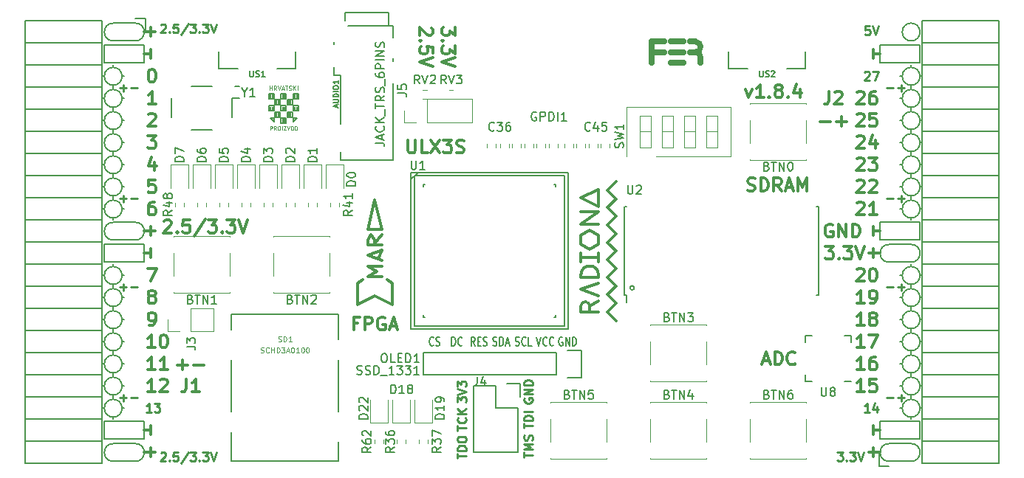
<source format=gto>
G04 #@! TF.GenerationSoftware,KiCad,Pcbnew,5.0.0-rc2-dev-unknown+dfsg1+20180318-2*
G04 #@! TF.CreationDate,2018-05-20T22:20:08+02:00*
G04 #@! TF.ProjectId,ulx3s,756C7833732E6B696361645F70636200,rev?*
G04 #@! TF.SameCoordinates,Original*
G04 #@! TF.FileFunction,Legend,Top*
G04 #@! TF.FilePolarity,Positive*
%FSLAX46Y46*%
G04 Gerber Fmt 4.6, Leading zero omitted, Abs format (unit mm)*
G04 Created by KiCad (PCBNEW 5.0.0-rc2-dev-unknown+dfsg1+20180318-2) date Sun May 20 22:20:08 2018*
%MOMM*%
%LPD*%
G01*
G04 APERTURE LIST*
%ADD10C,0.300000*%
%ADD11C,0.200000*%
%ADD12C,0.250000*%
%ADD13C,0.150000*%
%ADD14C,0.120000*%
%ADD15C,0.700000*%
%ADD16C,0.152400*%
%ADD17C,0.124460*%
%ADD18C,0.075000*%
G04 APERTURE END LIST*
D10*
X134560428Y-62144714D02*
X134560428Y-63073285D01*
X133989000Y-62573285D01*
X133989000Y-62787571D01*
X133917571Y-62930428D01*
X133846142Y-63001857D01*
X133703285Y-63073285D01*
X133346142Y-63073285D01*
X133203285Y-63001857D01*
X133131857Y-62930428D01*
X133060428Y-62787571D01*
X133060428Y-62359000D01*
X133131857Y-62216142D01*
X133203285Y-62144714D01*
X133203285Y-63716142D02*
X133131857Y-63787571D01*
X133060428Y-63716142D01*
X133131857Y-63644714D01*
X133203285Y-63716142D01*
X133060428Y-63716142D01*
X134560428Y-64287571D02*
X134560428Y-65216142D01*
X133989000Y-64716142D01*
X133989000Y-64930428D01*
X133917571Y-65073285D01*
X133846142Y-65144714D01*
X133703285Y-65216142D01*
X133346142Y-65216142D01*
X133203285Y-65144714D01*
X133131857Y-65073285D01*
X133060428Y-64930428D01*
X133060428Y-64501857D01*
X133131857Y-64359000D01*
X133203285Y-64287571D01*
X134560428Y-65644714D02*
X133060428Y-66144714D01*
X134560428Y-66644714D01*
X131877571Y-62216142D02*
X131949000Y-62287571D01*
X132020428Y-62430428D01*
X132020428Y-62787571D01*
X131949000Y-62930428D01*
X131877571Y-63001857D01*
X131734714Y-63073285D01*
X131591857Y-63073285D01*
X131377571Y-63001857D01*
X130520428Y-62144714D01*
X130520428Y-63073285D01*
X130663285Y-63716142D02*
X130591857Y-63787571D01*
X130520428Y-63716142D01*
X130591857Y-63644714D01*
X130663285Y-63716142D01*
X130520428Y-63716142D01*
X132020428Y-65144714D02*
X132020428Y-64430428D01*
X131306142Y-64359000D01*
X131377571Y-64430428D01*
X131449000Y-64573285D01*
X131449000Y-64930428D01*
X131377571Y-65073285D01*
X131306142Y-65144714D01*
X131163285Y-65216142D01*
X130806142Y-65216142D01*
X130663285Y-65144714D01*
X130591857Y-65073285D01*
X130520428Y-64930428D01*
X130520428Y-64573285D01*
X130591857Y-64430428D01*
X130663285Y-64359000D01*
X132020428Y-65644714D02*
X130520428Y-66144714D01*
X132020428Y-66644714D01*
X102760000Y-100897142D02*
X103902857Y-100897142D01*
X103331428Y-101468571D02*
X103331428Y-100325714D01*
X104617142Y-100897142D02*
X105760000Y-100897142D01*
X167847714Y-69226571D02*
X168204857Y-70226571D01*
X168562000Y-69226571D01*
X169919142Y-70226571D02*
X169062000Y-70226571D01*
X169490571Y-70226571D02*
X169490571Y-68726571D01*
X169347714Y-68940857D01*
X169204857Y-69083714D01*
X169062000Y-69155142D01*
X170562000Y-70083714D02*
X170633428Y-70155142D01*
X170562000Y-70226571D01*
X170490571Y-70155142D01*
X170562000Y-70083714D01*
X170562000Y-70226571D01*
X171490571Y-69369428D02*
X171347714Y-69298000D01*
X171276285Y-69226571D01*
X171204857Y-69083714D01*
X171204857Y-69012285D01*
X171276285Y-68869428D01*
X171347714Y-68798000D01*
X171490571Y-68726571D01*
X171776285Y-68726571D01*
X171919142Y-68798000D01*
X171990571Y-68869428D01*
X172062000Y-69012285D01*
X172062000Y-69083714D01*
X171990571Y-69226571D01*
X171919142Y-69298000D01*
X171776285Y-69369428D01*
X171490571Y-69369428D01*
X171347714Y-69440857D01*
X171276285Y-69512285D01*
X171204857Y-69655142D01*
X171204857Y-69940857D01*
X171276285Y-70083714D01*
X171347714Y-70155142D01*
X171490571Y-70226571D01*
X171776285Y-70226571D01*
X171919142Y-70155142D01*
X171990571Y-70083714D01*
X172062000Y-69940857D01*
X172062000Y-69655142D01*
X171990571Y-69512285D01*
X171919142Y-69440857D01*
X171776285Y-69369428D01*
X172704857Y-70083714D02*
X172776285Y-70155142D01*
X172704857Y-70226571D01*
X172633428Y-70155142D01*
X172704857Y-70083714D01*
X172704857Y-70226571D01*
X174062000Y-69226571D02*
X174062000Y-70226571D01*
X173704857Y-68655142D02*
X173347714Y-69726571D01*
X174276285Y-69726571D01*
X182492000Y-87582000D02*
X182492000Y-88598000D01*
X181984000Y-88090000D02*
X183254000Y-88090000D01*
X182492000Y-110442000D02*
X182492000Y-111458000D01*
X183254000Y-110950000D02*
X181984000Y-110950000D01*
X99688000Y-110442000D02*
X99688000Y-111458000D01*
X98926000Y-110950000D02*
X100196000Y-110950000D01*
X99688000Y-62182000D02*
X99688000Y-63198000D01*
X98926000Y-62690000D02*
X100196000Y-62690000D01*
X99688000Y-85042000D02*
X99688000Y-86058000D01*
X98926000Y-85550000D02*
X100196000Y-85550000D01*
D11*
X97910000Y-63706000D02*
G75*
G03X97910000Y-61674000I0J1016000D01*
G01*
X184270000Y-109934000D02*
G75*
G03X184270000Y-111966000I0J-1016000D01*
G01*
X95370000Y-111966000D02*
X97910000Y-111966000D01*
X95370000Y-109934000D02*
X97910000Y-109934000D01*
X97910000Y-111966000D02*
G75*
G03X97910000Y-109934000I0J1016000D01*
G01*
X95370000Y-109934000D02*
G75*
G03X95370000Y-111966000I0J-1016000D01*
G01*
X95370000Y-61674000D02*
X97910000Y-61674000D01*
X95370000Y-63706000D02*
X97910000Y-63706000D01*
X95370000Y-61674000D02*
G75*
G03X95370000Y-63706000I0J-1016000D01*
G01*
X95370000Y-84534000D02*
X97910000Y-84534000D01*
X95370000Y-86566000D02*
X97910000Y-86566000D01*
X95370000Y-84534000D02*
G75*
G03X95370000Y-86566000I0J-1016000D01*
G01*
X97910000Y-86566000D02*
G75*
G03X97910000Y-84534000I0J1016000D01*
G01*
X187826000Y-62690000D02*
G75*
G03X187826000Y-62690000I-1016000J0D01*
G01*
X184270000Y-89106000D02*
X186810000Y-89106000D01*
X184270000Y-87074000D02*
X186810000Y-87074000D01*
X184270000Y-87074000D02*
G75*
G03X184270000Y-89106000I0J-1016000D01*
G01*
X186810000Y-89106000D02*
G75*
G03X186810000Y-87074000I0J1016000D01*
G01*
X186810000Y-111966000D02*
X184270000Y-111966000D01*
X186810000Y-109934000D02*
X184270000Y-109934000D01*
X186810000Y-111966000D02*
G75*
G03X186810000Y-109934000I0J1016000D01*
G01*
X94354000Y-66246000D02*
X94354000Y-64214000D01*
X98926000Y-66246000D02*
X94354000Y-66246000D01*
X98926000Y-64214000D02*
X98926000Y-66246000D01*
X94354000Y-64214000D02*
X98926000Y-64214000D01*
X94354000Y-87074000D02*
X98926000Y-87074000D01*
X94354000Y-89106000D02*
X94354000Y-87074000D01*
X98926000Y-89106000D02*
X94354000Y-89106000D01*
X98926000Y-87074000D02*
X98926000Y-89106000D01*
X94354000Y-109426000D02*
X98926000Y-109426000D01*
X94354000Y-107394000D02*
X94354000Y-109426000D01*
X98926000Y-107394000D02*
X94354000Y-107394000D01*
X98926000Y-109426000D02*
X98926000Y-107394000D01*
X183254000Y-109426000D02*
X187826000Y-109426000D01*
X183254000Y-107394000D02*
X183254000Y-109426000D01*
X187826000Y-107394000D02*
X187826000Y-109426000D01*
X183254000Y-107394000D02*
X187826000Y-107394000D01*
X183254000Y-66246000D02*
X187826000Y-66246000D01*
X183254000Y-64214000D02*
X183254000Y-66246000D01*
X187826000Y-64214000D02*
X183254000Y-64214000D01*
X187826000Y-66246000D02*
X187826000Y-64214000D01*
X183254000Y-84534000D02*
X187826000Y-84534000D01*
X183254000Y-86566000D02*
X183254000Y-84534000D01*
X187826000Y-86566000D02*
X183254000Y-86566000D01*
X187826000Y-84534000D02*
X187826000Y-86566000D01*
D12*
X96148000Y-69111428D02*
X96909904Y-69111428D01*
X96528952Y-69492380D02*
X96528952Y-68730476D01*
X97386095Y-69111428D02*
X98148000Y-69111428D01*
X96148000Y-81811428D02*
X96909904Y-81811428D01*
X96528952Y-82192380D02*
X96528952Y-81430476D01*
X97386095Y-81811428D02*
X98148000Y-81811428D01*
X96148000Y-91971428D02*
X96909904Y-91971428D01*
X96528952Y-92352380D02*
X96528952Y-91590476D01*
X97386095Y-91971428D02*
X98148000Y-91971428D01*
X96148000Y-104671428D02*
X96909904Y-104671428D01*
X96528952Y-105052380D02*
X96528952Y-104290476D01*
X97386095Y-104671428D02*
X98148000Y-104671428D01*
X184032000Y-104671428D02*
X184793904Y-104671428D01*
X185270095Y-104671428D02*
X186032000Y-104671428D01*
X185651047Y-105052380D02*
X185651047Y-104290476D01*
X184032000Y-91971428D02*
X184793904Y-91971428D01*
X185270095Y-91971428D02*
X186032000Y-91971428D01*
X185651047Y-92352380D02*
X185651047Y-91590476D01*
X184032000Y-81811428D02*
X184793904Y-81811428D01*
X185270095Y-81811428D02*
X186032000Y-81811428D01*
X185651047Y-82192380D02*
X185651047Y-81430476D01*
X184032000Y-69111428D02*
X184793904Y-69111428D01*
X185270095Y-69111428D02*
X186032000Y-69111428D01*
X185651047Y-69492380D02*
X185651047Y-68730476D01*
D10*
X176420000Y-72957142D02*
X177562857Y-72957142D01*
X178277142Y-72957142D02*
X179420000Y-72957142D01*
X178848571Y-73528571D02*
X178848571Y-72385714D01*
D11*
X187826000Y-67770000D02*
G75*
G03X187826000Y-67770000I-1016000J0D01*
G01*
X187826000Y-70310000D02*
G75*
G03X187826000Y-70310000I-1016000J0D01*
G01*
X187826000Y-72850000D02*
G75*
G03X187826000Y-72850000I-1016000J0D01*
G01*
X187826000Y-75390000D02*
G75*
G03X187826000Y-75390000I-1016000J0D01*
G01*
X187826000Y-77930000D02*
G75*
G03X187826000Y-77930000I-1016000J0D01*
G01*
X187826000Y-80470000D02*
G75*
G03X187826000Y-80470000I-1016000J0D01*
G01*
X187826000Y-83010000D02*
G75*
G03X187826000Y-83010000I-1016000J0D01*
G01*
X187826000Y-90630000D02*
G75*
G03X187826000Y-90630000I-1016000J0D01*
G01*
X187826000Y-93170000D02*
G75*
G03X187826000Y-93170000I-1016000J0D01*
G01*
X187826000Y-95710000D02*
G75*
G03X187826000Y-95710000I-1016000J0D01*
G01*
X187826000Y-98250000D02*
G75*
G03X187826000Y-98250000I-1016000J0D01*
G01*
X187826000Y-100790000D02*
G75*
G03X187826000Y-100790000I-1016000J0D01*
G01*
X187826000Y-103330000D02*
G75*
G03X187826000Y-103330000I-1016000J0D01*
G01*
X187826000Y-105870000D02*
G75*
G03X187826000Y-105870000I-1016000J0D01*
G01*
X96386000Y-105870000D02*
G75*
G03X96386000Y-105870000I-1016000J0D01*
G01*
X96386000Y-103330000D02*
G75*
G03X96386000Y-103330000I-1016000J0D01*
G01*
X96386000Y-100790000D02*
G75*
G03X96386000Y-100790000I-1016000J0D01*
G01*
X96386000Y-98250000D02*
G75*
G03X96386000Y-98250000I-1016000J0D01*
G01*
X96386000Y-95710000D02*
G75*
G03X96386000Y-95710000I-1016000J0D01*
G01*
X96386000Y-93170000D02*
G75*
G03X96386000Y-93170000I-1016000J0D01*
G01*
X96386000Y-90630000D02*
G75*
G03X96386000Y-90630000I-1016000J0D01*
G01*
X96386000Y-83010000D02*
G75*
G03X96386000Y-83010000I-1016000J0D01*
G01*
X96386000Y-80470000D02*
G75*
G03X96386000Y-80470000I-1016000J0D01*
G01*
X96386000Y-77930000D02*
G75*
G03X96386000Y-77930000I-1016000J0D01*
G01*
X96386000Y-75390000D02*
G75*
G03X96386000Y-75390000I-1016000J0D01*
G01*
X96386000Y-72850000D02*
G75*
G03X96386000Y-72850000I-1016000J0D01*
G01*
X96386000Y-70310000D02*
G75*
G03X96386000Y-70310000I-1016000J0D01*
G01*
X96386000Y-67770000D02*
G75*
G03X96386000Y-67770000I-1016000J0D01*
G01*
D10*
X177793142Y-84800000D02*
X177650285Y-84728571D01*
X177436000Y-84728571D01*
X177221714Y-84800000D01*
X177078857Y-84942857D01*
X177007428Y-85085714D01*
X176936000Y-85371428D01*
X176936000Y-85585714D01*
X177007428Y-85871428D01*
X177078857Y-86014285D01*
X177221714Y-86157142D01*
X177436000Y-86228571D01*
X177578857Y-86228571D01*
X177793142Y-86157142D01*
X177864571Y-86085714D01*
X177864571Y-85585714D01*
X177578857Y-85585714D01*
X178507428Y-86228571D02*
X178507428Y-84728571D01*
X179364571Y-86228571D01*
X179364571Y-84728571D01*
X180078857Y-86228571D02*
X180078857Y-84728571D01*
X180436000Y-84728571D01*
X180650285Y-84800000D01*
X180793142Y-84942857D01*
X180864571Y-85085714D01*
X180936000Y-85371428D01*
X180936000Y-85585714D01*
X180864571Y-85871428D01*
X180793142Y-86014285D01*
X180650285Y-86157142D01*
X180436000Y-86228571D01*
X180078857Y-86228571D01*
X182492000Y-86058000D02*
X182492000Y-85042000D01*
X183254000Y-85550000D02*
X182492000Y-85550000D01*
X182492000Y-107902000D02*
X182492000Y-108918000D01*
X182492000Y-108410000D02*
X183254000Y-108410000D01*
D12*
X182047523Y-106322380D02*
X181476095Y-106322380D01*
X181761809Y-106322380D02*
X181761809Y-105322380D01*
X181666571Y-105465238D01*
X181571333Y-105560476D01*
X181476095Y-105608095D01*
X182904666Y-105655714D02*
X182904666Y-106322380D01*
X182666571Y-105274761D02*
X182428476Y-105989047D01*
X183047523Y-105989047D01*
X181476095Y-67317619D02*
X181523714Y-67270000D01*
X181618952Y-67222380D01*
X181857047Y-67222380D01*
X181952285Y-67270000D01*
X181999904Y-67317619D01*
X182047523Y-67412857D01*
X182047523Y-67508095D01*
X181999904Y-67650952D01*
X181428476Y-68222380D01*
X182047523Y-68222380D01*
X182380857Y-67222380D02*
X183047523Y-67222380D01*
X182618952Y-68222380D01*
D10*
X182492000Y-64722000D02*
X182492000Y-65738000D01*
X182492000Y-65230000D02*
X183254000Y-65230000D01*
X99688000Y-107902000D02*
X99688000Y-108918000D01*
X98926000Y-108410000D02*
X99688000Y-108410000D01*
X99315000Y-74568571D02*
X100243571Y-74568571D01*
X99743571Y-75140000D01*
X99957857Y-75140000D01*
X100100714Y-75211428D01*
X100172142Y-75282857D01*
X100243571Y-75425714D01*
X100243571Y-75782857D01*
X100172142Y-75925714D01*
X100100714Y-75997142D01*
X99957857Y-76068571D01*
X99529285Y-76068571D01*
X99386428Y-75997142D01*
X99315000Y-75925714D01*
X100100714Y-77608571D02*
X100100714Y-78608571D01*
X99743571Y-77037142D02*
X99386428Y-78108571D01*
X100315000Y-78108571D01*
X100172142Y-79648571D02*
X99457857Y-79648571D01*
X99386428Y-80362857D01*
X99457857Y-80291428D01*
X99600714Y-80220000D01*
X99957857Y-80220000D01*
X100100714Y-80291428D01*
X100172142Y-80362857D01*
X100243571Y-80505714D01*
X100243571Y-80862857D01*
X100172142Y-81005714D01*
X100100714Y-81077142D01*
X99957857Y-81148571D01*
X99600714Y-81148571D01*
X99457857Y-81077142D01*
X99386428Y-81005714D01*
D12*
X99751523Y-106322380D02*
X99180095Y-106322380D01*
X99465809Y-106322380D02*
X99465809Y-105322380D01*
X99370571Y-105465238D01*
X99275333Y-105560476D01*
X99180095Y-105608095D01*
X100084857Y-105322380D02*
X100703904Y-105322380D01*
X100370571Y-105703333D01*
X100513428Y-105703333D01*
X100608666Y-105750952D01*
X100656285Y-105798571D01*
X100703904Y-105893809D01*
X100703904Y-106131904D01*
X100656285Y-106227142D01*
X100608666Y-106274761D01*
X100513428Y-106322380D01*
X100227714Y-106322380D01*
X100132476Y-106274761D01*
X100084857Y-106227142D01*
D10*
X99315000Y-89808571D02*
X100315000Y-89808571D01*
X99672142Y-91308571D01*
X99688000Y-87582000D02*
X99688000Y-88598000D01*
X98926000Y-88090000D02*
X99688000Y-88090000D01*
X99688000Y-64722000D02*
X99688000Y-65738000D01*
X98926000Y-65230000D02*
X99688000Y-65230000D01*
D12*
X100817976Y-61874619D02*
X100865595Y-61827000D01*
X100960833Y-61779380D01*
X101198928Y-61779380D01*
X101294166Y-61827000D01*
X101341785Y-61874619D01*
X101389404Y-61969857D01*
X101389404Y-62065095D01*
X101341785Y-62207952D01*
X100770357Y-62779380D01*
X101389404Y-62779380D01*
X101817976Y-62684142D02*
X101865595Y-62731761D01*
X101817976Y-62779380D01*
X101770357Y-62731761D01*
X101817976Y-62684142D01*
X101817976Y-62779380D01*
X102770357Y-61779380D02*
X102294166Y-61779380D01*
X102246547Y-62255571D01*
X102294166Y-62207952D01*
X102389404Y-62160333D01*
X102627500Y-62160333D01*
X102722738Y-62207952D01*
X102770357Y-62255571D01*
X102817976Y-62350809D01*
X102817976Y-62588904D01*
X102770357Y-62684142D01*
X102722738Y-62731761D01*
X102627500Y-62779380D01*
X102389404Y-62779380D01*
X102294166Y-62731761D01*
X102246547Y-62684142D01*
X103960833Y-61731761D02*
X103103690Y-63017476D01*
X104198928Y-61779380D02*
X104817976Y-61779380D01*
X104484642Y-62160333D01*
X104627500Y-62160333D01*
X104722738Y-62207952D01*
X104770357Y-62255571D01*
X104817976Y-62350809D01*
X104817976Y-62588904D01*
X104770357Y-62684142D01*
X104722738Y-62731761D01*
X104627500Y-62779380D01*
X104341785Y-62779380D01*
X104246547Y-62731761D01*
X104198928Y-62684142D01*
X105246547Y-62684142D02*
X105294166Y-62731761D01*
X105246547Y-62779380D01*
X105198928Y-62731761D01*
X105246547Y-62684142D01*
X105246547Y-62779380D01*
X105627500Y-61779380D02*
X106246547Y-61779380D01*
X105913214Y-62160333D01*
X106056071Y-62160333D01*
X106151309Y-62207952D01*
X106198928Y-62255571D01*
X106246547Y-62350809D01*
X106246547Y-62588904D01*
X106198928Y-62684142D01*
X106151309Y-62731761D01*
X106056071Y-62779380D01*
X105770357Y-62779380D01*
X105675119Y-62731761D01*
X105627500Y-62684142D01*
X106532261Y-61779380D02*
X106865595Y-62779380D01*
X107198928Y-61779380D01*
X178360261Y-110910380D02*
X178979309Y-110910380D01*
X178645976Y-111291333D01*
X178788833Y-111291333D01*
X178884071Y-111338952D01*
X178931690Y-111386571D01*
X178979309Y-111481809D01*
X178979309Y-111719904D01*
X178931690Y-111815142D01*
X178884071Y-111862761D01*
X178788833Y-111910380D01*
X178503119Y-111910380D01*
X178407880Y-111862761D01*
X178360261Y-111815142D01*
X179407880Y-111815142D02*
X179455500Y-111862761D01*
X179407880Y-111910380D01*
X179360261Y-111862761D01*
X179407880Y-111815142D01*
X179407880Y-111910380D01*
X179788833Y-110910380D02*
X180407880Y-110910380D01*
X180074547Y-111291333D01*
X180217404Y-111291333D01*
X180312642Y-111338952D01*
X180360261Y-111386571D01*
X180407880Y-111481809D01*
X180407880Y-111719904D01*
X180360261Y-111815142D01*
X180312642Y-111862761D01*
X180217404Y-111910380D01*
X179931690Y-111910380D01*
X179836452Y-111862761D01*
X179788833Y-111815142D01*
X180693595Y-110910380D02*
X181026928Y-111910380D01*
X181360261Y-110910380D01*
D10*
X101199714Y-84381428D02*
X101271142Y-84310000D01*
X101414000Y-84238571D01*
X101771142Y-84238571D01*
X101914000Y-84310000D01*
X101985428Y-84381428D01*
X102056857Y-84524285D01*
X102056857Y-84667142D01*
X101985428Y-84881428D01*
X101128285Y-85738571D01*
X102056857Y-85738571D01*
X102699714Y-85595714D02*
X102771142Y-85667142D01*
X102699714Y-85738571D01*
X102628285Y-85667142D01*
X102699714Y-85595714D01*
X102699714Y-85738571D01*
X104128285Y-84238571D02*
X103414000Y-84238571D01*
X103342571Y-84952857D01*
X103414000Y-84881428D01*
X103556857Y-84810000D01*
X103914000Y-84810000D01*
X104056857Y-84881428D01*
X104128285Y-84952857D01*
X104199714Y-85095714D01*
X104199714Y-85452857D01*
X104128285Y-85595714D01*
X104056857Y-85667142D01*
X103914000Y-85738571D01*
X103556857Y-85738571D01*
X103414000Y-85667142D01*
X103342571Y-85595714D01*
X105914000Y-84167142D02*
X104628285Y-86095714D01*
X106271142Y-84238571D02*
X107199714Y-84238571D01*
X106699714Y-84810000D01*
X106914000Y-84810000D01*
X107056857Y-84881428D01*
X107128285Y-84952857D01*
X107199714Y-85095714D01*
X107199714Y-85452857D01*
X107128285Y-85595714D01*
X107056857Y-85667142D01*
X106914000Y-85738571D01*
X106485428Y-85738571D01*
X106342571Y-85667142D01*
X106271142Y-85595714D01*
X107842571Y-85595714D02*
X107914000Y-85667142D01*
X107842571Y-85738571D01*
X107771142Y-85667142D01*
X107842571Y-85595714D01*
X107842571Y-85738571D01*
X108414000Y-84238571D02*
X109342571Y-84238571D01*
X108842571Y-84810000D01*
X109056857Y-84810000D01*
X109199714Y-84881428D01*
X109271142Y-84952857D01*
X109342571Y-85095714D01*
X109342571Y-85452857D01*
X109271142Y-85595714D01*
X109199714Y-85667142D01*
X109056857Y-85738571D01*
X108628285Y-85738571D01*
X108485428Y-85667142D01*
X108414000Y-85595714D01*
X109771142Y-84238571D02*
X110271142Y-85738571D01*
X110771142Y-84238571D01*
D12*
X100817976Y-111023619D02*
X100865595Y-110976000D01*
X100960833Y-110928380D01*
X101198928Y-110928380D01*
X101294166Y-110976000D01*
X101341785Y-111023619D01*
X101389404Y-111118857D01*
X101389404Y-111214095D01*
X101341785Y-111356952D01*
X100770357Y-111928380D01*
X101389404Y-111928380D01*
X101817976Y-111833142D02*
X101865595Y-111880761D01*
X101817976Y-111928380D01*
X101770357Y-111880761D01*
X101817976Y-111833142D01*
X101817976Y-111928380D01*
X102770357Y-110928380D02*
X102294166Y-110928380D01*
X102246547Y-111404571D01*
X102294166Y-111356952D01*
X102389404Y-111309333D01*
X102627500Y-111309333D01*
X102722738Y-111356952D01*
X102770357Y-111404571D01*
X102817976Y-111499809D01*
X102817976Y-111737904D01*
X102770357Y-111833142D01*
X102722738Y-111880761D01*
X102627500Y-111928380D01*
X102389404Y-111928380D01*
X102294166Y-111880761D01*
X102246547Y-111833142D01*
X103960833Y-110880761D02*
X103103690Y-112166476D01*
X104198928Y-110928380D02*
X104817976Y-110928380D01*
X104484642Y-111309333D01*
X104627500Y-111309333D01*
X104722738Y-111356952D01*
X104770357Y-111404571D01*
X104817976Y-111499809D01*
X104817976Y-111737904D01*
X104770357Y-111833142D01*
X104722738Y-111880761D01*
X104627500Y-111928380D01*
X104341785Y-111928380D01*
X104246547Y-111880761D01*
X104198928Y-111833142D01*
X105246547Y-111833142D02*
X105294166Y-111880761D01*
X105246547Y-111928380D01*
X105198928Y-111880761D01*
X105246547Y-111833142D01*
X105246547Y-111928380D01*
X105627500Y-110928380D02*
X106246547Y-110928380D01*
X105913214Y-111309333D01*
X106056071Y-111309333D01*
X106151309Y-111356952D01*
X106198928Y-111404571D01*
X106246547Y-111499809D01*
X106246547Y-111737904D01*
X106198928Y-111833142D01*
X106151309Y-111880761D01*
X106056071Y-111928380D01*
X105770357Y-111928380D01*
X105675119Y-111880761D01*
X105627500Y-111833142D01*
X106532261Y-110928380D02*
X106865595Y-111928380D01*
X107198928Y-110928380D01*
X182047523Y-62015380D02*
X181571333Y-62015380D01*
X181523714Y-62491571D01*
X181571333Y-62443952D01*
X181666571Y-62396333D01*
X181904666Y-62396333D01*
X181999904Y-62443952D01*
X182047523Y-62491571D01*
X182095142Y-62586809D01*
X182095142Y-62824904D01*
X182047523Y-62920142D01*
X181999904Y-62967761D01*
X181904666Y-63015380D01*
X181666571Y-63015380D01*
X181571333Y-62967761D01*
X181523714Y-62920142D01*
X182380857Y-62015380D02*
X182714190Y-63015380D01*
X183047523Y-62015380D01*
D10*
X180587142Y-69631428D02*
X180658571Y-69560000D01*
X180801428Y-69488571D01*
X181158571Y-69488571D01*
X181301428Y-69560000D01*
X181372857Y-69631428D01*
X181444285Y-69774285D01*
X181444285Y-69917142D01*
X181372857Y-70131428D01*
X180515714Y-70988571D01*
X181444285Y-70988571D01*
X182730000Y-69488571D02*
X182444285Y-69488571D01*
X182301428Y-69560000D01*
X182230000Y-69631428D01*
X182087142Y-69845714D01*
X182015714Y-70131428D01*
X182015714Y-70702857D01*
X182087142Y-70845714D01*
X182158571Y-70917142D01*
X182301428Y-70988571D01*
X182587142Y-70988571D01*
X182730000Y-70917142D01*
X182801428Y-70845714D01*
X182872857Y-70702857D01*
X182872857Y-70345714D01*
X182801428Y-70202857D01*
X182730000Y-70131428D01*
X182587142Y-70060000D01*
X182301428Y-70060000D01*
X182158571Y-70131428D01*
X182087142Y-70202857D01*
X182015714Y-70345714D01*
X180587142Y-72171428D02*
X180658571Y-72100000D01*
X180801428Y-72028571D01*
X181158571Y-72028571D01*
X181301428Y-72100000D01*
X181372857Y-72171428D01*
X181444285Y-72314285D01*
X181444285Y-72457142D01*
X181372857Y-72671428D01*
X180515714Y-73528571D01*
X181444285Y-73528571D01*
X182801428Y-72028571D02*
X182087142Y-72028571D01*
X182015714Y-72742857D01*
X182087142Y-72671428D01*
X182230000Y-72600000D01*
X182587142Y-72600000D01*
X182730000Y-72671428D01*
X182801428Y-72742857D01*
X182872857Y-72885714D01*
X182872857Y-73242857D01*
X182801428Y-73385714D01*
X182730000Y-73457142D01*
X182587142Y-73528571D01*
X182230000Y-73528571D01*
X182087142Y-73457142D01*
X182015714Y-73385714D01*
X180587142Y-74711428D02*
X180658571Y-74640000D01*
X180801428Y-74568571D01*
X181158571Y-74568571D01*
X181301428Y-74640000D01*
X181372857Y-74711428D01*
X181444285Y-74854285D01*
X181444285Y-74997142D01*
X181372857Y-75211428D01*
X180515714Y-76068571D01*
X181444285Y-76068571D01*
X182730000Y-75068571D02*
X182730000Y-76068571D01*
X182372857Y-74497142D02*
X182015714Y-75568571D01*
X182944285Y-75568571D01*
X180587142Y-77251428D02*
X180658571Y-77180000D01*
X180801428Y-77108571D01*
X181158571Y-77108571D01*
X181301428Y-77180000D01*
X181372857Y-77251428D01*
X181444285Y-77394285D01*
X181444285Y-77537142D01*
X181372857Y-77751428D01*
X180515714Y-78608571D01*
X181444285Y-78608571D01*
X181944285Y-77108571D02*
X182872857Y-77108571D01*
X182372857Y-77680000D01*
X182587142Y-77680000D01*
X182730000Y-77751428D01*
X182801428Y-77822857D01*
X182872857Y-77965714D01*
X182872857Y-78322857D01*
X182801428Y-78465714D01*
X182730000Y-78537142D01*
X182587142Y-78608571D01*
X182158571Y-78608571D01*
X182015714Y-78537142D01*
X181944285Y-78465714D01*
X180587142Y-79791428D02*
X180658571Y-79720000D01*
X180801428Y-79648571D01*
X181158571Y-79648571D01*
X181301428Y-79720000D01*
X181372857Y-79791428D01*
X181444285Y-79934285D01*
X181444285Y-80077142D01*
X181372857Y-80291428D01*
X180515714Y-81148571D01*
X181444285Y-81148571D01*
X182015714Y-79791428D02*
X182087142Y-79720000D01*
X182230000Y-79648571D01*
X182587142Y-79648571D01*
X182730000Y-79720000D01*
X182801428Y-79791428D01*
X182872857Y-79934285D01*
X182872857Y-80077142D01*
X182801428Y-80291428D01*
X181944285Y-81148571D01*
X182872857Y-81148571D01*
X180587142Y-82331428D02*
X180658571Y-82260000D01*
X180801428Y-82188571D01*
X181158571Y-82188571D01*
X181301428Y-82260000D01*
X181372857Y-82331428D01*
X181444285Y-82474285D01*
X181444285Y-82617142D01*
X181372857Y-82831428D01*
X180515714Y-83688571D01*
X181444285Y-83688571D01*
X182872857Y-83688571D02*
X182015714Y-83688571D01*
X182444285Y-83688571D02*
X182444285Y-82188571D01*
X182301428Y-82402857D01*
X182158571Y-82545714D01*
X182015714Y-82617142D01*
X176975714Y-87268571D02*
X177904285Y-87268571D01*
X177404285Y-87840000D01*
X177618571Y-87840000D01*
X177761428Y-87911428D01*
X177832857Y-87982857D01*
X177904285Y-88125714D01*
X177904285Y-88482857D01*
X177832857Y-88625714D01*
X177761428Y-88697142D01*
X177618571Y-88768571D01*
X177190000Y-88768571D01*
X177047142Y-88697142D01*
X176975714Y-88625714D01*
X178547142Y-88625714D02*
X178618571Y-88697142D01*
X178547142Y-88768571D01*
X178475714Y-88697142D01*
X178547142Y-88625714D01*
X178547142Y-88768571D01*
X179118571Y-87268571D02*
X180047142Y-87268571D01*
X179547142Y-87840000D01*
X179761428Y-87840000D01*
X179904285Y-87911428D01*
X179975714Y-87982857D01*
X180047142Y-88125714D01*
X180047142Y-88482857D01*
X179975714Y-88625714D01*
X179904285Y-88697142D01*
X179761428Y-88768571D01*
X179332857Y-88768571D01*
X179190000Y-88697142D01*
X179118571Y-88625714D01*
X180475714Y-87268571D02*
X180975714Y-88768571D01*
X181475714Y-87268571D01*
X180587142Y-89951428D02*
X180658571Y-89880000D01*
X180801428Y-89808571D01*
X181158571Y-89808571D01*
X181301428Y-89880000D01*
X181372857Y-89951428D01*
X181444285Y-90094285D01*
X181444285Y-90237142D01*
X181372857Y-90451428D01*
X180515714Y-91308571D01*
X181444285Y-91308571D01*
X182372857Y-89808571D02*
X182515714Y-89808571D01*
X182658571Y-89880000D01*
X182730000Y-89951428D01*
X182801428Y-90094285D01*
X182872857Y-90380000D01*
X182872857Y-90737142D01*
X182801428Y-91022857D01*
X182730000Y-91165714D01*
X182658571Y-91237142D01*
X182515714Y-91308571D01*
X182372857Y-91308571D01*
X182230000Y-91237142D01*
X182158571Y-91165714D01*
X182087142Y-91022857D01*
X182015714Y-90737142D01*
X182015714Y-90380000D01*
X182087142Y-90094285D01*
X182158571Y-89951428D01*
X182230000Y-89880000D01*
X182372857Y-89808571D01*
X181444285Y-93848571D02*
X180587142Y-93848571D01*
X181015714Y-93848571D02*
X181015714Y-92348571D01*
X180872857Y-92562857D01*
X180730000Y-92705714D01*
X180587142Y-92777142D01*
X182158571Y-93848571D02*
X182444285Y-93848571D01*
X182587142Y-93777142D01*
X182658571Y-93705714D01*
X182801428Y-93491428D01*
X182872857Y-93205714D01*
X182872857Y-92634285D01*
X182801428Y-92491428D01*
X182730000Y-92420000D01*
X182587142Y-92348571D01*
X182301428Y-92348571D01*
X182158571Y-92420000D01*
X182087142Y-92491428D01*
X182015714Y-92634285D01*
X182015714Y-92991428D01*
X182087142Y-93134285D01*
X182158571Y-93205714D01*
X182301428Y-93277142D01*
X182587142Y-93277142D01*
X182730000Y-93205714D01*
X182801428Y-93134285D01*
X182872857Y-92991428D01*
X181444285Y-96388571D02*
X180587142Y-96388571D01*
X181015714Y-96388571D02*
X181015714Y-94888571D01*
X180872857Y-95102857D01*
X180730000Y-95245714D01*
X180587142Y-95317142D01*
X182301428Y-95531428D02*
X182158571Y-95460000D01*
X182087142Y-95388571D01*
X182015714Y-95245714D01*
X182015714Y-95174285D01*
X182087142Y-95031428D01*
X182158571Y-94960000D01*
X182301428Y-94888571D01*
X182587142Y-94888571D01*
X182730000Y-94960000D01*
X182801428Y-95031428D01*
X182872857Y-95174285D01*
X182872857Y-95245714D01*
X182801428Y-95388571D01*
X182730000Y-95460000D01*
X182587142Y-95531428D01*
X182301428Y-95531428D01*
X182158571Y-95602857D01*
X182087142Y-95674285D01*
X182015714Y-95817142D01*
X182015714Y-96102857D01*
X182087142Y-96245714D01*
X182158571Y-96317142D01*
X182301428Y-96388571D01*
X182587142Y-96388571D01*
X182730000Y-96317142D01*
X182801428Y-96245714D01*
X182872857Y-96102857D01*
X182872857Y-95817142D01*
X182801428Y-95674285D01*
X182730000Y-95602857D01*
X182587142Y-95531428D01*
X181444285Y-98928571D02*
X180587142Y-98928571D01*
X181015714Y-98928571D02*
X181015714Y-97428571D01*
X180872857Y-97642857D01*
X180730000Y-97785714D01*
X180587142Y-97857142D01*
X181944285Y-97428571D02*
X182944285Y-97428571D01*
X182301428Y-98928571D01*
X181444285Y-101468571D02*
X180587142Y-101468571D01*
X181015714Y-101468571D02*
X181015714Y-99968571D01*
X180872857Y-100182857D01*
X180730000Y-100325714D01*
X180587142Y-100397142D01*
X182730000Y-99968571D02*
X182444285Y-99968571D01*
X182301428Y-100040000D01*
X182230000Y-100111428D01*
X182087142Y-100325714D01*
X182015714Y-100611428D01*
X182015714Y-101182857D01*
X182087142Y-101325714D01*
X182158571Y-101397142D01*
X182301428Y-101468571D01*
X182587142Y-101468571D01*
X182730000Y-101397142D01*
X182801428Y-101325714D01*
X182872857Y-101182857D01*
X182872857Y-100825714D01*
X182801428Y-100682857D01*
X182730000Y-100611428D01*
X182587142Y-100540000D01*
X182301428Y-100540000D01*
X182158571Y-100611428D01*
X182087142Y-100682857D01*
X182015714Y-100825714D01*
X181444285Y-104008571D02*
X180587142Y-104008571D01*
X181015714Y-104008571D02*
X181015714Y-102508571D01*
X180872857Y-102722857D01*
X180730000Y-102865714D01*
X180587142Y-102937142D01*
X182801428Y-102508571D02*
X182087142Y-102508571D01*
X182015714Y-103222857D01*
X182087142Y-103151428D01*
X182230000Y-103080000D01*
X182587142Y-103080000D01*
X182730000Y-103151428D01*
X182801428Y-103222857D01*
X182872857Y-103365714D01*
X182872857Y-103722857D01*
X182801428Y-103865714D01*
X182730000Y-103937142D01*
X182587142Y-104008571D01*
X182230000Y-104008571D01*
X182087142Y-103937142D01*
X182015714Y-103865714D01*
D11*
X186810000Y-66500000D02*
X186810000Y-66754000D01*
X187826000Y-67770000D02*
X188080000Y-67770000D01*
X185540000Y-67770000D02*
X185794000Y-67770000D01*
X186810000Y-69294000D02*
X186810000Y-68786000D01*
X187826000Y-70310000D02*
X188080000Y-70310000D01*
X185540000Y-70310000D02*
X185794000Y-70310000D01*
X186810000Y-71326000D02*
X186810000Y-71834000D01*
X187826000Y-72850000D02*
X188080000Y-72850000D01*
X185540000Y-72850000D02*
X185794000Y-72850000D01*
X186810000Y-73866000D02*
X186810000Y-74374000D01*
X187826000Y-75390000D02*
X188080000Y-75390000D01*
X185540000Y-75390000D02*
X185794000Y-75390000D01*
X186810000Y-76406000D02*
X186810000Y-76914000D01*
X187826000Y-77930000D02*
X188080000Y-77930000D01*
X185540000Y-77930000D02*
X185794000Y-77930000D01*
X186810000Y-79454000D02*
X186810000Y-78946000D01*
X187826000Y-80470000D02*
X188080000Y-80470000D01*
X185540000Y-80470000D02*
X185794000Y-80470000D01*
X186810000Y-81994000D02*
X186810000Y-81486000D01*
X187826000Y-83010000D02*
X188080000Y-83010000D01*
X185540000Y-83010000D02*
X185794000Y-83010000D01*
X186810000Y-84026000D02*
X186810000Y-84280000D01*
X186810000Y-89360000D02*
X186810000Y-89614000D01*
X187826000Y-90630000D02*
X188080000Y-90630000D01*
X185540000Y-90630000D02*
X185794000Y-90630000D01*
X186810000Y-91646000D02*
X186810000Y-92154000D01*
X187826000Y-93170000D02*
X188080000Y-93170000D01*
X185540000Y-93170000D02*
X185794000Y-93170000D01*
X186810000Y-94186000D02*
X186810000Y-94694000D01*
X187826000Y-95710000D02*
X188080000Y-95710000D01*
X185540000Y-95710000D02*
X185794000Y-95710000D01*
X186810000Y-97234000D02*
X186810000Y-96726000D01*
X187826000Y-98250000D02*
X188080000Y-98250000D01*
X185540000Y-98250000D02*
X185794000Y-98250000D01*
X187826000Y-100790000D02*
X188080000Y-100790000D01*
X185540000Y-100790000D02*
X185794000Y-100790000D01*
X186810000Y-99266000D02*
X186810000Y-99774000D01*
X186810000Y-102314000D02*
X186810000Y-101806000D01*
X187826000Y-103330000D02*
X188080000Y-103330000D01*
X185540000Y-103330000D02*
X185794000Y-103330000D01*
X186810000Y-104346000D02*
X186810000Y-104854000D01*
X185540000Y-105870000D02*
X185794000Y-105870000D01*
X187826000Y-105870000D02*
X188080000Y-105870000D01*
X186810000Y-106886000D02*
X186810000Y-107140000D01*
X95370000Y-66754000D02*
X95370000Y-66500000D01*
X96386000Y-67770000D02*
X96640000Y-67770000D01*
X94100000Y-67770000D02*
X94354000Y-67770000D01*
X95370000Y-68786000D02*
X95370000Y-69294000D01*
X96386000Y-70310000D02*
X96640000Y-70310000D01*
X94100000Y-70310000D02*
X94354000Y-70310000D01*
X95370000Y-71326000D02*
X95370000Y-71834000D01*
X96386000Y-72850000D02*
X96640000Y-72850000D01*
X94100000Y-72850000D02*
X94354000Y-72850000D01*
X95370000Y-73866000D02*
X95370000Y-74374000D01*
X96386000Y-75390000D02*
X96640000Y-75390000D01*
X95370000Y-76406000D02*
X95370000Y-76914000D01*
X96386000Y-77930000D02*
X96640000Y-77930000D01*
X94100000Y-77930000D02*
X94354000Y-77930000D01*
X95370000Y-79454000D02*
X95370000Y-78946000D01*
X96386000Y-80470000D02*
X96640000Y-80470000D01*
X94100000Y-80470000D02*
X94354000Y-80470000D01*
X95370000Y-81486000D02*
X95370000Y-81994000D01*
X96386000Y-83010000D02*
X96640000Y-83010000D01*
X95370000Y-84026000D02*
X95370000Y-84280000D01*
X94100000Y-83010000D02*
X94354000Y-83010000D01*
X95370000Y-106886000D02*
X95370000Y-107140000D01*
X95370000Y-89360000D02*
X95370000Y-89614000D01*
X96386000Y-93170000D02*
X96640000Y-93170000D01*
X94100000Y-93170000D02*
X94354000Y-93170000D01*
X95370000Y-94186000D02*
X95370000Y-94694000D01*
X94100000Y-90630000D02*
X94354000Y-90630000D01*
X96386000Y-90630000D02*
X96640000Y-90630000D01*
X95370000Y-92154000D02*
X95370000Y-91646000D01*
X96386000Y-95710000D02*
X96640000Y-95710000D01*
X94100000Y-95710000D02*
X94354000Y-95710000D01*
X96386000Y-98250000D02*
X96640000Y-98250000D01*
X94354000Y-98250000D02*
X94100000Y-98250000D01*
X95370000Y-96726000D02*
X95370000Y-97234000D01*
X95370000Y-99266000D02*
X95370000Y-99774000D01*
X94100000Y-100790000D02*
X94354000Y-100790000D01*
X96386000Y-100790000D02*
X96640000Y-100790000D01*
X94100000Y-103330000D02*
X94354000Y-103330000D01*
X96386000Y-103330000D02*
X96640000Y-103330000D01*
X95370000Y-101806000D02*
X95370000Y-102314000D01*
X95370000Y-104346000D02*
X95370000Y-104854000D01*
X96386000Y-105870000D02*
X96640000Y-105870000D01*
X94100000Y-105870000D02*
X94354000Y-105870000D01*
D10*
X100164285Y-104008571D02*
X99307142Y-104008571D01*
X99735714Y-104008571D02*
X99735714Y-102508571D01*
X99592857Y-102722857D01*
X99450000Y-102865714D01*
X99307142Y-102937142D01*
X100735714Y-102651428D02*
X100807142Y-102580000D01*
X100950000Y-102508571D01*
X101307142Y-102508571D01*
X101450000Y-102580000D01*
X101521428Y-102651428D01*
X101592857Y-102794285D01*
X101592857Y-102937142D01*
X101521428Y-103151428D01*
X100664285Y-104008571D01*
X101592857Y-104008571D01*
X100164285Y-101468571D02*
X99307142Y-101468571D01*
X99735714Y-101468571D02*
X99735714Y-99968571D01*
X99592857Y-100182857D01*
X99450000Y-100325714D01*
X99307142Y-100397142D01*
X101592857Y-101468571D02*
X100735714Y-101468571D01*
X101164285Y-101468571D02*
X101164285Y-99968571D01*
X101021428Y-100182857D01*
X100878571Y-100325714D01*
X100735714Y-100397142D01*
X100164285Y-98928571D02*
X99307142Y-98928571D01*
X99735714Y-98928571D02*
X99735714Y-97428571D01*
X99592857Y-97642857D01*
X99450000Y-97785714D01*
X99307142Y-97857142D01*
X101092857Y-97428571D02*
X101235714Y-97428571D01*
X101378571Y-97500000D01*
X101450000Y-97571428D01*
X101521428Y-97714285D01*
X101592857Y-98000000D01*
X101592857Y-98357142D01*
X101521428Y-98642857D01*
X101450000Y-98785714D01*
X101378571Y-98857142D01*
X101235714Y-98928571D01*
X101092857Y-98928571D01*
X100950000Y-98857142D01*
X100878571Y-98785714D01*
X100807142Y-98642857D01*
X100735714Y-98357142D01*
X100735714Y-98000000D01*
X100807142Y-97714285D01*
X100878571Y-97571428D01*
X100950000Y-97500000D01*
X101092857Y-97428571D01*
X99529285Y-96388571D02*
X99815000Y-96388571D01*
X99957857Y-96317142D01*
X100029285Y-96245714D01*
X100172142Y-96031428D01*
X100243571Y-95745714D01*
X100243571Y-95174285D01*
X100172142Y-95031428D01*
X100100714Y-94960000D01*
X99957857Y-94888571D01*
X99672142Y-94888571D01*
X99529285Y-94960000D01*
X99457857Y-95031428D01*
X99386428Y-95174285D01*
X99386428Y-95531428D01*
X99457857Y-95674285D01*
X99529285Y-95745714D01*
X99672142Y-95817142D01*
X99957857Y-95817142D01*
X100100714Y-95745714D01*
X100172142Y-95674285D01*
X100243571Y-95531428D01*
X99672142Y-92991428D02*
X99529285Y-92920000D01*
X99457857Y-92848571D01*
X99386428Y-92705714D01*
X99386428Y-92634285D01*
X99457857Y-92491428D01*
X99529285Y-92420000D01*
X99672142Y-92348571D01*
X99957857Y-92348571D01*
X100100714Y-92420000D01*
X100172142Y-92491428D01*
X100243571Y-92634285D01*
X100243571Y-92705714D01*
X100172142Y-92848571D01*
X100100714Y-92920000D01*
X99957857Y-92991428D01*
X99672142Y-92991428D01*
X99529285Y-93062857D01*
X99457857Y-93134285D01*
X99386428Y-93277142D01*
X99386428Y-93562857D01*
X99457857Y-93705714D01*
X99529285Y-93777142D01*
X99672142Y-93848571D01*
X99957857Y-93848571D01*
X100100714Y-93777142D01*
X100172142Y-93705714D01*
X100243571Y-93562857D01*
X100243571Y-93277142D01*
X100172142Y-93134285D01*
X100100714Y-93062857D01*
X99957857Y-92991428D01*
X100100714Y-82188571D02*
X99815000Y-82188571D01*
X99672142Y-82260000D01*
X99600714Y-82331428D01*
X99457857Y-82545714D01*
X99386428Y-82831428D01*
X99386428Y-83402857D01*
X99457857Y-83545714D01*
X99529285Y-83617142D01*
X99672142Y-83688571D01*
X99957857Y-83688571D01*
X100100714Y-83617142D01*
X100172142Y-83545714D01*
X100243571Y-83402857D01*
X100243571Y-83045714D01*
X100172142Y-82902857D01*
X100100714Y-82831428D01*
X99957857Y-82760000D01*
X99672142Y-82760000D01*
X99529285Y-82831428D01*
X99457857Y-82902857D01*
X99386428Y-83045714D01*
X99386428Y-72171428D02*
X99457857Y-72100000D01*
X99600714Y-72028571D01*
X99957857Y-72028571D01*
X100100714Y-72100000D01*
X100172142Y-72171428D01*
X100243571Y-72314285D01*
X100243571Y-72457142D01*
X100172142Y-72671428D01*
X99315000Y-73528571D01*
X100243571Y-73528571D01*
X100243571Y-70988571D02*
X99386428Y-70988571D01*
X99815000Y-70988571D02*
X99815000Y-69488571D01*
X99672142Y-69702857D01*
X99529285Y-69845714D01*
X99386428Y-69917142D01*
X99743571Y-66948571D02*
X99886428Y-66948571D01*
X100029285Y-67020000D01*
X100100714Y-67091428D01*
X100172142Y-67234285D01*
X100243571Y-67520000D01*
X100243571Y-67877142D01*
X100172142Y-68162857D01*
X100100714Y-68305714D01*
X100029285Y-68377142D01*
X99886428Y-68448571D01*
X99743571Y-68448571D01*
X99600714Y-68377142D01*
X99529285Y-68305714D01*
X99457857Y-68162857D01*
X99386428Y-67877142D01*
X99386428Y-67520000D01*
X99457857Y-67234285D01*
X99529285Y-67091428D01*
X99600714Y-67020000D01*
X99743571Y-66948571D01*
X129148428Y-75076571D02*
X129148428Y-76290857D01*
X129219857Y-76433714D01*
X129291285Y-76505142D01*
X129434142Y-76576571D01*
X129719857Y-76576571D01*
X129862714Y-76505142D01*
X129934142Y-76433714D01*
X130005571Y-76290857D01*
X130005571Y-75076571D01*
X131434142Y-76576571D02*
X130719857Y-76576571D01*
X130719857Y-75076571D01*
X131791285Y-75076571D02*
X132791285Y-76576571D01*
X132791285Y-75076571D02*
X131791285Y-76576571D01*
X133219857Y-75076571D02*
X134148428Y-75076571D01*
X133648428Y-75648000D01*
X133862714Y-75648000D01*
X134005571Y-75719428D01*
X134077000Y-75790857D01*
X134148428Y-75933714D01*
X134148428Y-76290857D01*
X134077000Y-76433714D01*
X134005571Y-76505142D01*
X133862714Y-76576571D01*
X133434142Y-76576571D01*
X133291285Y-76505142D01*
X133219857Y-76433714D01*
X134719857Y-76505142D02*
X134934142Y-76576571D01*
X135291285Y-76576571D01*
X135434142Y-76505142D01*
X135505571Y-76433714D01*
X135577000Y-76290857D01*
X135577000Y-76148000D01*
X135505571Y-76005142D01*
X135434142Y-75933714D01*
X135291285Y-75862285D01*
X135005571Y-75790857D01*
X134862714Y-75719428D01*
X134791285Y-75648000D01*
X134719857Y-75505142D01*
X134719857Y-75362285D01*
X134791285Y-75219428D01*
X134862714Y-75148000D01*
X135005571Y-75076571D01*
X135362714Y-75076571D01*
X135577000Y-75148000D01*
X123413428Y-96110857D02*
X122913428Y-96110857D01*
X122913428Y-96896571D02*
X122913428Y-95396571D01*
X123627714Y-95396571D01*
X124199142Y-96896571D02*
X124199142Y-95396571D01*
X124770571Y-95396571D01*
X124913428Y-95468000D01*
X124984857Y-95539428D01*
X125056285Y-95682285D01*
X125056285Y-95896571D01*
X124984857Y-96039428D01*
X124913428Y-96110857D01*
X124770571Y-96182285D01*
X124199142Y-96182285D01*
X126484857Y-95468000D02*
X126342000Y-95396571D01*
X126127714Y-95396571D01*
X125913428Y-95468000D01*
X125770571Y-95610857D01*
X125699142Y-95753714D01*
X125627714Y-96039428D01*
X125627714Y-96253714D01*
X125699142Y-96539428D01*
X125770571Y-96682285D01*
X125913428Y-96825142D01*
X126127714Y-96896571D01*
X126270571Y-96896571D01*
X126484857Y-96825142D01*
X126556285Y-96753714D01*
X126556285Y-96253714D01*
X126270571Y-96253714D01*
X127127714Y-96468000D02*
X127842000Y-96468000D01*
X126984857Y-96896571D02*
X127484857Y-95396571D01*
X127984857Y-96896571D01*
X168077928Y-80886642D02*
X168292214Y-80958071D01*
X168649357Y-80958071D01*
X168792214Y-80886642D01*
X168863642Y-80815214D01*
X168935071Y-80672357D01*
X168935071Y-80529500D01*
X168863642Y-80386642D01*
X168792214Y-80315214D01*
X168649357Y-80243785D01*
X168363642Y-80172357D01*
X168220785Y-80100928D01*
X168149357Y-80029500D01*
X168077928Y-79886642D01*
X168077928Y-79743785D01*
X168149357Y-79600928D01*
X168220785Y-79529500D01*
X168363642Y-79458071D01*
X168720785Y-79458071D01*
X168935071Y-79529500D01*
X169577928Y-80958071D02*
X169577928Y-79458071D01*
X169935071Y-79458071D01*
X170149357Y-79529500D01*
X170292214Y-79672357D01*
X170363642Y-79815214D01*
X170435071Y-80100928D01*
X170435071Y-80315214D01*
X170363642Y-80600928D01*
X170292214Y-80743785D01*
X170149357Y-80886642D01*
X169935071Y-80958071D01*
X169577928Y-80958071D01*
X171935071Y-80958071D02*
X171435071Y-80243785D01*
X171077928Y-80958071D02*
X171077928Y-79458071D01*
X171649357Y-79458071D01*
X171792214Y-79529500D01*
X171863642Y-79600928D01*
X171935071Y-79743785D01*
X171935071Y-79958071D01*
X171863642Y-80100928D01*
X171792214Y-80172357D01*
X171649357Y-80243785D01*
X171077928Y-80243785D01*
X172506500Y-80529500D02*
X173220785Y-80529500D01*
X172363642Y-80958071D02*
X172863642Y-79458071D01*
X173363642Y-80958071D01*
X173863642Y-80958071D02*
X173863642Y-79458071D01*
X174363642Y-80529500D01*
X174863642Y-79458071D01*
X174863642Y-80958071D01*
X169822857Y-100450000D02*
X170537142Y-100450000D01*
X169680000Y-100878571D02*
X170180000Y-99378571D01*
X170680000Y-100878571D01*
X171180000Y-100878571D02*
X171180000Y-99378571D01*
X171537142Y-99378571D01*
X171751428Y-99450000D01*
X171894285Y-99592857D01*
X171965714Y-99735714D01*
X172037142Y-100021428D01*
X172037142Y-100235714D01*
X171965714Y-100521428D01*
X171894285Y-100664285D01*
X171751428Y-100807142D01*
X171537142Y-100878571D01*
X171180000Y-100878571D01*
X173537142Y-100735714D02*
X173465714Y-100807142D01*
X173251428Y-100878571D01*
X173108571Y-100878571D01*
X172894285Y-100807142D01*
X172751428Y-100664285D01*
X172680000Y-100521428D01*
X172608571Y-100235714D01*
X172608571Y-100021428D01*
X172680000Y-99735714D01*
X172751428Y-99592857D01*
X172894285Y-99450000D01*
X173108571Y-99378571D01*
X173251428Y-99378571D01*
X173465714Y-99450000D01*
X173537142Y-99521428D01*
D12*
X142447380Y-111521333D02*
X142447380Y-110949904D01*
X143447380Y-111235619D02*
X142447380Y-111235619D01*
X143447380Y-110616571D02*
X142447380Y-110616571D01*
X143161666Y-110283238D01*
X142447380Y-109949904D01*
X143447380Y-109949904D01*
X143399761Y-109521333D02*
X143447380Y-109378476D01*
X143447380Y-109140380D01*
X143399761Y-109045142D01*
X143352142Y-108997523D01*
X143256904Y-108949904D01*
X143161666Y-108949904D01*
X143066428Y-108997523D01*
X143018809Y-109045142D01*
X142971190Y-109140380D01*
X142923571Y-109330857D01*
X142875952Y-109426095D01*
X142828333Y-109473714D01*
X142733095Y-109521333D01*
X142637857Y-109521333D01*
X142542619Y-109473714D01*
X142495000Y-109426095D01*
X142447380Y-109330857D01*
X142447380Y-109092761D01*
X142495000Y-108949904D01*
X142447380Y-108163809D02*
X142447380Y-107592380D01*
X143447380Y-107878095D02*
X142447380Y-107878095D01*
X143447380Y-107259047D02*
X142447380Y-107259047D01*
X142447380Y-107020952D01*
X142495000Y-106878095D01*
X142590238Y-106782857D01*
X142685476Y-106735238D01*
X142875952Y-106687619D01*
X143018809Y-106687619D01*
X143209285Y-106735238D01*
X143304523Y-106782857D01*
X143399761Y-106878095D01*
X143447380Y-107020952D01*
X143447380Y-107259047D01*
X143447380Y-106259047D02*
X142447380Y-106259047D01*
X142495000Y-104726904D02*
X142447380Y-104822142D01*
X142447380Y-104965000D01*
X142495000Y-105107857D01*
X142590238Y-105203095D01*
X142685476Y-105250714D01*
X142875952Y-105298333D01*
X143018809Y-105298333D01*
X143209285Y-105250714D01*
X143304523Y-105203095D01*
X143399761Y-105107857D01*
X143447380Y-104965000D01*
X143447380Y-104869761D01*
X143399761Y-104726904D01*
X143352142Y-104679285D01*
X143018809Y-104679285D01*
X143018809Y-104869761D01*
X143447380Y-104250714D02*
X142447380Y-104250714D01*
X143447380Y-103679285D01*
X142447380Y-103679285D01*
X143447380Y-103203095D02*
X142447380Y-103203095D01*
X142447380Y-102965000D01*
X142495000Y-102822142D01*
X142590238Y-102726904D01*
X142685476Y-102679285D01*
X142875952Y-102631666D01*
X143018809Y-102631666D01*
X143209285Y-102679285D01*
X143304523Y-102726904D01*
X143399761Y-102822142D01*
X143447380Y-102965000D01*
X143447380Y-103203095D01*
X134827380Y-111624523D02*
X134827380Y-111053095D01*
X135827380Y-111338809D02*
X134827380Y-111338809D01*
X135827380Y-110719761D02*
X134827380Y-110719761D01*
X134827380Y-110481666D01*
X134875000Y-110338809D01*
X134970238Y-110243571D01*
X135065476Y-110195952D01*
X135255952Y-110148333D01*
X135398809Y-110148333D01*
X135589285Y-110195952D01*
X135684523Y-110243571D01*
X135779761Y-110338809D01*
X135827380Y-110481666D01*
X135827380Y-110719761D01*
X134827380Y-109529285D02*
X134827380Y-109338809D01*
X134875000Y-109243571D01*
X134970238Y-109148333D01*
X135160714Y-109100714D01*
X135494047Y-109100714D01*
X135684523Y-109148333D01*
X135779761Y-109243571D01*
X135827380Y-109338809D01*
X135827380Y-109529285D01*
X135779761Y-109624523D01*
X135684523Y-109719761D01*
X135494047Y-109767380D01*
X135160714Y-109767380D01*
X134970238Y-109719761D01*
X134875000Y-109624523D01*
X134827380Y-109529285D01*
X134827380Y-108425714D02*
X134827380Y-107854285D01*
X135827380Y-108140000D02*
X134827380Y-108140000D01*
X135732142Y-106949523D02*
X135779761Y-106997142D01*
X135827380Y-107140000D01*
X135827380Y-107235238D01*
X135779761Y-107378095D01*
X135684523Y-107473333D01*
X135589285Y-107520952D01*
X135398809Y-107568571D01*
X135255952Y-107568571D01*
X135065476Y-107520952D01*
X134970238Y-107473333D01*
X134875000Y-107378095D01*
X134827380Y-107235238D01*
X134827380Y-107140000D01*
X134875000Y-106997142D01*
X134922619Y-106949523D01*
X135827380Y-106520952D02*
X134827380Y-106520952D01*
X135827380Y-105949523D02*
X135255952Y-106378095D01*
X134827380Y-105949523D02*
X135398809Y-106520952D01*
X134827380Y-105203095D02*
X134827380Y-104584047D01*
X135208333Y-104917380D01*
X135208333Y-104774523D01*
X135255952Y-104679285D01*
X135303571Y-104631666D01*
X135398809Y-104584047D01*
X135636904Y-104584047D01*
X135732142Y-104631666D01*
X135779761Y-104679285D01*
X135827380Y-104774523D01*
X135827380Y-105060238D01*
X135779761Y-105155476D01*
X135732142Y-105203095D01*
X134827380Y-104298333D02*
X135827380Y-103965000D01*
X134827380Y-103631666D01*
X134827380Y-103393571D02*
X134827380Y-102774523D01*
X135208333Y-103107857D01*
X135208333Y-102965000D01*
X135255952Y-102869761D01*
X135303571Y-102822142D01*
X135398809Y-102774523D01*
X135636904Y-102774523D01*
X135732142Y-102822142D01*
X135779761Y-102869761D01*
X135827380Y-102965000D01*
X135827380Y-103250714D01*
X135779761Y-103345952D01*
X135732142Y-103393571D01*
D13*
X85270000Y-112220000D02*
X94100000Y-112220000D01*
X85270000Y-109680000D02*
X85270000Y-112220000D01*
X94100000Y-109680000D02*
X94100000Y-112220000D01*
X94100000Y-112220000D02*
X85270000Y-112220000D01*
X94100000Y-109680000D02*
X85270000Y-109680000D01*
X94100000Y-107140000D02*
X94100000Y-109680000D01*
X85270000Y-107140000D02*
X85270000Y-109680000D01*
X85270000Y-109680000D02*
X94100000Y-109680000D01*
X85270000Y-91900000D02*
X94100000Y-91900000D01*
X85270000Y-89360000D02*
X85270000Y-91900000D01*
X94100000Y-89360000D02*
X94100000Y-91900000D01*
X94100000Y-91900000D02*
X85270000Y-91900000D01*
X94100000Y-94440000D02*
X85270000Y-94440000D01*
X94100000Y-91900000D02*
X94100000Y-94440000D01*
X85270000Y-91900000D02*
X85270000Y-94440000D01*
X85270000Y-94440000D02*
X94100000Y-94440000D01*
X85270000Y-107140000D02*
X94100000Y-107140000D01*
X85270000Y-104600000D02*
X85270000Y-107140000D01*
X94100000Y-104600000D02*
X94100000Y-107140000D01*
X94100000Y-107140000D02*
X85270000Y-107140000D01*
X94100000Y-104600000D02*
X85270000Y-104600000D01*
X94100000Y-102060000D02*
X94100000Y-104600000D01*
X85270000Y-102060000D02*
X85270000Y-104600000D01*
X85270000Y-104600000D02*
X94100000Y-104600000D01*
X85270000Y-102060000D02*
X94100000Y-102060000D01*
X85270000Y-99520000D02*
X85270000Y-102060000D01*
X94100000Y-99520000D02*
X94100000Y-102060000D01*
X94100000Y-102060000D02*
X85270000Y-102060000D01*
X94100000Y-99520000D02*
X85270000Y-99520000D01*
X94100000Y-96980000D02*
X94100000Y-99520000D01*
X85270000Y-96980000D02*
X85270000Y-99520000D01*
X85270000Y-99520000D02*
X94100000Y-99520000D01*
X85270000Y-96980000D02*
X94100000Y-96980000D01*
X85270000Y-94440000D02*
X85270000Y-96980000D01*
X94100000Y-94440000D02*
X94100000Y-96980000D01*
X94100000Y-96980000D02*
X85270000Y-96980000D01*
X94100000Y-79200000D02*
X85270000Y-79200000D01*
X94100000Y-76660000D02*
X94100000Y-79200000D01*
X85270000Y-76660000D02*
X85270000Y-79200000D01*
X85270000Y-79200000D02*
X94100000Y-79200000D01*
X85270000Y-81740000D02*
X94100000Y-81740000D01*
X85270000Y-79200000D02*
X85270000Y-81740000D01*
X94100000Y-79200000D02*
X94100000Y-81740000D01*
X94100000Y-81740000D02*
X85270000Y-81740000D01*
X94100000Y-84280000D02*
X85270000Y-84280000D01*
X94100000Y-81740000D02*
X94100000Y-84280000D01*
X85270000Y-81740000D02*
X85270000Y-84280000D01*
X85270000Y-84280000D02*
X94100000Y-84280000D01*
X85270000Y-86820000D02*
X94100000Y-86820000D01*
X85270000Y-84280000D02*
X85270000Y-86820000D01*
X94100000Y-84280000D02*
X94100000Y-86820000D01*
X94100000Y-86820000D02*
X85270000Y-86820000D01*
X94100000Y-89360000D02*
X85270000Y-89360000D01*
X94100000Y-86820000D02*
X94100000Y-89360000D01*
X85270000Y-86820000D02*
X85270000Y-89360000D01*
X85270000Y-89360000D02*
X94100000Y-89360000D01*
X85270000Y-76660000D02*
X94100000Y-76660000D01*
X85270000Y-74120000D02*
X85270000Y-76660000D01*
X94100000Y-74120000D02*
X94100000Y-76660000D01*
X94100000Y-76660000D02*
X85270000Y-76660000D01*
X94100000Y-74120000D02*
X85270000Y-74120000D01*
X94100000Y-71580000D02*
X94100000Y-74120000D01*
X85270000Y-71580000D02*
X85270000Y-74120000D01*
X85270000Y-74120000D02*
X94100000Y-74120000D01*
X85270000Y-71580000D02*
X94100000Y-71580000D01*
X85270000Y-69040000D02*
X85270000Y-71580000D01*
X94100000Y-69040000D02*
X94100000Y-71580000D01*
X94100000Y-71580000D02*
X85270000Y-71580000D01*
X94100000Y-69040000D02*
X85270000Y-69040000D01*
X94100000Y-66500000D02*
X94100000Y-69040000D01*
X85270000Y-66500000D02*
X85270000Y-69040000D01*
X85270000Y-69040000D02*
X94100000Y-69040000D01*
X85270000Y-66500000D02*
X94100000Y-66500000D01*
X85270000Y-63960000D02*
X85270000Y-66500000D01*
X94100000Y-63960000D02*
X94100000Y-66500000D01*
X94100000Y-66500000D02*
X85270000Y-66500000D01*
X94100000Y-63960000D02*
X85270000Y-63960000D01*
X94100000Y-61420000D02*
X94100000Y-63960000D01*
X99060000Y-62690000D02*
X99060000Y-61140000D01*
X99060000Y-61140000D02*
X97910000Y-61140000D01*
X94100000Y-61420000D02*
X85270000Y-61420000D01*
X85270000Y-61420000D02*
X85270000Y-63960000D01*
X85270000Y-63960000D02*
X94100000Y-63960000D01*
X196910000Y-61420000D02*
X188080000Y-61420000D01*
X196910000Y-63960000D02*
X196910000Y-61420000D01*
X188080000Y-63960000D02*
X188080000Y-61420000D01*
X188080000Y-61420000D02*
X196910000Y-61420000D01*
X188080000Y-63960000D02*
X196910000Y-63960000D01*
X188080000Y-66500000D02*
X188080000Y-63960000D01*
X196910000Y-66500000D02*
X196910000Y-63960000D01*
X196910000Y-63960000D02*
X188080000Y-63960000D01*
X196910000Y-81740000D02*
X188080000Y-81740000D01*
X196910000Y-84280000D02*
X196910000Y-81740000D01*
X188080000Y-84280000D02*
X188080000Y-81740000D01*
X188080000Y-81740000D02*
X196910000Y-81740000D01*
X188080000Y-79200000D02*
X196910000Y-79200000D01*
X188080000Y-81740000D02*
X188080000Y-79200000D01*
X196910000Y-81740000D02*
X196910000Y-79200000D01*
X196910000Y-79200000D02*
X188080000Y-79200000D01*
X196910000Y-66500000D02*
X188080000Y-66500000D01*
X196910000Y-69040000D02*
X196910000Y-66500000D01*
X188080000Y-69040000D02*
X188080000Y-66500000D01*
X188080000Y-66500000D02*
X196910000Y-66500000D01*
X188080000Y-69040000D02*
X196910000Y-69040000D01*
X188080000Y-71580000D02*
X188080000Y-69040000D01*
X196910000Y-71580000D02*
X196910000Y-69040000D01*
X196910000Y-69040000D02*
X188080000Y-69040000D01*
X196910000Y-71580000D02*
X188080000Y-71580000D01*
X196910000Y-74120000D02*
X196910000Y-71580000D01*
X188080000Y-74120000D02*
X188080000Y-71580000D01*
X188080000Y-71580000D02*
X196910000Y-71580000D01*
X188080000Y-74120000D02*
X196910000Y-74120000D01*
X188080000Y-76660000D02*
X188080000Y-74120000D01*
X196910000Y-76660000D02*
X196910000Y-74120000D01*
X196910000Y-74120000D02*
X188080000Y-74120000D01*
X196910000Y-76660000D02*
X188080000Y-76660000D01*
X196910000Y-79200000D02*
X196910000Y-76660000D01*
X188080000Y-79200000D02*
X188080000Y-76660000D01*
X188080000Y-76660000D02*
X196910000Y-76660000D01*
X188080000Y-94440000D02*
X196910000Y-94440000D01*
X188080000Y-96980000D02*
X188080000Y-94440000D01*
X196910000Y-96980000D02*
X196910000Y-94440000D01*
X196910000Y-94440000D02*
X188080000Y-94440000D01*
X196910000Y-91900000D02*
X188080000Y-91900000D01*
X196910000Y-94440000D02*
X196910000Y-91900000D01*
X188080000Y-94440000D02*
X188080000Y-91900000D01*
X188080000Y-91900000D02*
X196910000Y-91900000D01*
X188080000Y-89360000D02*
X196910000Y-89360000D01*
X188080000Y-91900000D02*
X188080000Y-89360000D01*
X196910000Y-91900000D02*
X196910000Y-89360000D01*
X196910000Y-89360000D02*
X188080000Y-89360000D01*
X196910000Y-86820000D02*
X188080000Y-86820000D01*
X196910000Y-89360000D02*
X196910000Y-86820000D01*
X188080000Y-89360000D02*
X188080000Y-86820000D01*
X188080000Y-86820000D02*
X196910000Y-86820000D01*
X188080000Y-84280000D02*
X196910000Y-84280000D01*
X188080000Y-86820000D02*
X188080000Y-84280000D01*
X196910000Y-86820000D02*
X196910000Y-84280000D01*
X196910000Y-84280000D02*
X188080000Y-84280000D01*
X196910000Y-96980000D02*
X188080000Y-96980000D01*
X196910000Y-99520000D02*
X196910000Y-96980000D01*
X188080000Y-99520000D02*
X188080000Y-96980000D01*
X188080000Y-96980000D02*
X196910000Y-96980000D01*
X188080000Y-99520000D02*
X196910000Y-99520000D01*
X188080000Y-102060000D02*
X188080000Y-99520000D01*
X196910000Y-102060000D02*
X196910000Y-99520000D01*
X196910000Y-99520000D02*
X188080000Y-99520000D01*
X196910000Y-102060000D02*
X188080000Y-102060000D01*
X196910000Y-104600000D02*
X196910000Y-102060000D01*
X188080000Y-104600000D02*
X188080000Y-102060000D01*
X188080000Y-102060000D02*
X196910000Y-102060000D01*
X188080000Y-104600000D02*
X196910000Y-104600000D01*
X188080000Y-107140000D02*
X188080000Y-104600000D01*
X196910000Y-107140000D02*
X196910000Y-104600000D01*
X196910000Y-104600000D02*
X188080000Y-104600000D01*
X196910000Y-107140000D02*
X188080000Y-107140000D01*
X196910000Y-109680000D02*
X196910000Y-107140000D01*
X188080000Y-109680000D02*
X188080000Y-107140000D01*
X188080000Y-107140000D02*
X196910000Y-107140000D01*
X188080000Y-109680000D02*
X196910000Y-109680000D01*
X188080000Y-112220000D02*
X188080000Y-109680000D01*
X183120000Y-110950000D02*
X183120000Y-112500000D01*
X183120000Y-112500000D02*
X184270000Y-112500000D01*
X188080000Y-112220000D02*
X196910000Y-112220000D01*
X196910000Y-112220000D02*
X196910000Y-109680000D01*
X196910000Y-109680000D02*
X188080000Y-109680000D01*
X116280000Y-64925000D02*
X116280000Y-66925000D01*
X116280000Y-66925000D02*
X114130000Y-66925000D01*
X109630000Y-66925000D02*
X107480000Y-66925000D01*
X107480000Y-66925000D02*
X107480000Y-64975000D01*
X174700000Y-64925000D02*
X174700000Y-66925000D01*
X174700000Y-66925000D02*
X172550000Y-66925000D01*
X168050000Y-66925000D02*
X165900000Y-66925000D01*
X165900000Y-66925000D02*
X165900000Y-64975000D01*
X141725000Y-110950000D02*
X141725000Y-105870000D01*
X142005000Y-103050000D02*
X142005000Y-104600000D01*
X139185000Y-103330000D02*
X139185000Y-105870000D01*
X139185000Y-105870000D02*
X141725000Y-105870000D01*
X141725000Y-110950000D02*
X136645000Y-110950000D01*
X136645000Y-110950000D02*
X136645000Y-105870000D01*
X142005000Y-103050000D02*
X140455000Y-103050000D01*
X136645000Y-103330000D02*
X139185000Y-103330000D01*
X136645000Y-105870000D02*
X136645000Y-103330000D01*
X174660000Y-102780000D02*
X174660000Y-102030000D01*
X179910000Y-97530000D02*
X179910000Y-98280000D01*
X174660000Y-97530000D02*
X174660000Y-98280000D01*
X179910000Y-102780000D02*
X179160000Y-102780000D01*
X179910000Y-97530000D02*
X179160000Y-97530000D01*
X174660000Y-97530000D02*
X175410000Y-97530000D01*
X174660000Y-102780000D02*
X175410000Y-102780000D01*
X146170000Y-99520000D02*
X130930000Y-99520000D01*
X130930000Y-99520000D02*
X130930000Y-102060000D01*
X130930000Y-102060000D02*
X146170000Y-102060000D01*
X148990000Y-99240000D02*
X147440000Y-99240000D01*
X146170000Y-99520000D02*
X146170000Y-102060000D01*
X147440000Y-102340000D02*
X148990000Y-102340000D01*
X148990000Y-102340000D02*
X148990000Y-99240000D01*
D14*
X168340000Y-77350000D02*
X168340000Y-77320000D01*
X168340000Y-70890000D02*
X168340000Y-70920000D01*
X174800000Y-70890000D02*
X174800000Y-70920000D01*
X174800000Y-77320000D02*
X174800000Y-77350000D01*
X168340000Y-75420000D02*
X168340000Y-72820000D01*
X174800000Y-77350000D02*
X168340000Y-77350000D01*
X174800000Y-75420000D02*
X174800000Y-72820000D01*
X174800000Y-70890000D02*
X168340000Y-70890000D01*
X108760000Y-86130000D02*
X108760000Y-86160000D01*
X108760000Y-92590000D02*
X108760000Y-92560000D01*
X102300000Y-92590000D02*
X102300000Y-92560000D01*
X102300000Y-86160000D02*
X102300000Y-86130000D01*
X108760000Y-88060000D02*
X108760000Y-90660000D01*
X102300000Y-86130000D02*
X108760000Y-86130000D01*
X102300000Y-88060000D02*
X102300000Y-90660000D01*
X102300000Y-92590000D02*
X108760000Y-92590000D01*
X120190000Y-86130000D02*
X120190000Y-86160000D01*
X120190000Y-92590000D02*
X120190000Y-92560000D01*
X113730000Y-92590000D02*
X113730000Y-92560000D01*
X113730000Y-86160000D02*
X113730000Y-86130000D01*
X120190000Y-88060000D02*
X120190000Y-90660000D01*
X113730000Y-86130000D02*
X120190000Y-86130000D01*
X113730000Y-88060000D02*
X113730000Y-90660000D01*
X113730000Y-92590000D02*
X120190000Y-92590000D01*
X163370000Y-96290000D02*
X163370000Y-96320000D01*
X163370000Y-102750000D02*
X163370000Y-102720000D01*
X156910000Y-102750000D02*
X156910000Y-102720000D01*
X156910000Y-96320000D02*
X156910000Y-96290000D01*
X163370000Y-98220000D02*
X163370000Y-100820000D01*
X156910000Y-96290000D02*
X163370000Y-96290000D01*
X156910000Y-98220000D02*
X156910000Y-100820000D01*
X156910000Y-102750000D02*
X163370000Y-102750000D01*
X156910000Y-111640000D02*
X156910000Y-111610000D01*
X156910000Y-105180000D02*
X156910000Y-105210000D01*
X163370000Y-105180000D02*
X163370000Y-105210000D01*
X163370000Y-111610000D02*
X163370000Y-111640000D01*
X156910000Y-109710000D02*
X156910000Y-107110000D01*
X163370000Y-111640000D02*
X156910000Y-111640000D01*
X163370000Y-109710000D02*
X163370000Y-107110000D01*
X163370000Y-105180000D02*
X156910000Y-105180000D01*
X145480000Y-111640000D02*
X145480000Y-111610000D01*
X145480000Y-105180000D02*
X145480000Y-105210000D01*
X151940000Y-105180000D02*
X151940000Y-105210000D01*
X151940000Y-111610000D02*
X151940000Y-111640000D01*
X145480000Y-109710000D02*
X145480000Y-107110000D01*
X151940000Y-111640000D02*
X145480000Y-111640000D01*
X151940000Y-109710000D02*
X151940000Y-107110000D01*
X151940000Y-105180000D02*
X145480000Y-105180000D01*
X168340000Y-111640000D02*
X168340000Y-111610000D01*
X168340000Y-105180000D02*
X168340000Y-105210000D01*
X174800000Y-105180000D02*
X174800000Y-105210000D01*
X174800000Y-111610000D02*
X174800000Y-111640000D01*
X168340000Y-109710000D02*
X168340000Y-107110000D01*
X174800000Y-111640000D02*
X168340000Y-111640000D01*
X174800000Y-109710000D02*
X174800000Y-107110000D01*
X174800000Y-105180000D02*
X168340000Y-105180000D01*
X154160000Y-76965000D02*
X154160000Y-71275000D01*
X154160000Y-71275000D02*
X166120000Y-71275000D01*
X166120000Y-71275000D02*
X166120000Y-76965000D01*
X166120000Y-76965000D02*
X157600000Y-76965000D01*
X155695000Y-75930000D02*
X156965000Y-75930000D01*
X156965000Y-75930000D02*
X156965000Y-72310000D01*
X156965000Y-72310000D02*
X155695000Y-72310000D01*
X155695000Y-72310000D02*
X155695000Y-75930000D01*
X155695000Y-74120000D02*
X156965000Y-74120000D01*
X158235000Y-75930000D02*
X159505000Y-75930000D01*
X159505000Y-75930000D02*
X159505000Y-72310000D01*
X159505000Y-72310000D02*
X158235000Y-72310000D01*
X158235000Y-72310000D02*
X158235000Y-75930000D01*
X158235000Y-74120000D02*
X159505000Y-74120000D01*
X160775000Y-75930000D02*
X162045000Y-75930000D01*
X162045000Y-75930000D02*
X162045000Y-72310000D01*
X162045000Y-72310000D02*
X160775000Y-72310000D01*
X160775000Y-72310000D02*
X160775000Y-75930000D01*
X160775000Y-74120000D02*
X162045000Y-74120000D01*
X163315000Y-75930000D02*
X164585000Y-75930000D01*
X164585000Y-75930000D02*
X164585000Y-72310000D01*
X164585000Y-72310000D02*
X163315000Y-72310000D01*
X163315000Y-72310000D02*
X163315000Y-75930000D01*
X163315000Y-74120000D02*
X164585000Y-74120000D01*
D13*
X130880000Y-80200000D02*
X131080000Y-80200000D01*
X130880000Y-80400000D02*
X130880000Y-80200000D01*
X146080000Y-80200000D02*
X146080000Y-80400000D01*
X145880000Y-80200000D02*
X146080000Y-80200000D01*
X146080000Y-95400000D02*
X146080000Y-95200000D01*
X145880000Y-95400000D02*
X146080000Y-95400000D01*
X130880000Y-95400000D02*
X131080000Y-95400000D01*
X130880000Y-95200000D02*
X130880000Y-95400000D01*
X130280000Y-78800000D02*
X129480000Y-79600000D01*
X129480000Y-96800000D02*
X129480000Y-78800000D01*
X147480000Y-96800000D02*
X129480000Y-96800000D01*
X147480000Y-78800000D02*
X147480000Y-96800000D01*
X129480000Y-78800000D02*
X147480000Y-78800000D01*
X129880000Y-96400000D02*
X129880000Y-79200000D01*
X147080000Y-96400000D02*
X129880000Y-96400000D01*
X147080000Y-79200000D02*
X147080000Y-96400000D01*
X129880000Y-79200000D02*
X147080000Y-79200000D01*
D10*
X149980000Y-94836000D02*
X149980000Y-94136000D01*
X148980000Y-94836000D02*
X148980000Y-94136000D01*
X151980000Y-80836000D02*
X152980000Y-79836000D01*
X152980000Y-81836000D02*
X151980000Y-80836000D01*
X151980000Y-82836000D02*
X152980000Y-81836000D01*
X152980000Y-83836000D02*
X151980000Y-82836000D01*
X151980000Y-84836000D02*
X152980000Y-83836000D01*
X152980000Y-85836000D02*
X151980000Y-84836000D01*
X151980000Y-86836000D02*
X152980000Y-85836000D01*
X152980000Y-87836000D02*
X151980000Y-86836000D01*
X151980000Y-88836000D02*
X152980000Y-87836000D01*
X152980000Y-89836000D02*
X151980000Y-88836000D01*
X151980000Y-90836000D02*
X152980000Y-89836000D01*
X152980000Y-91836000D02*
X151980000Y-90836000D01*
X151980000Y-92836000D02*
X152980000Y-91836000D01*
X152980000Y-93836000D02*
X151980000Y-92836000D01*
X151980000Y-94836000D02*
X152980000Y-93836000D01*
X152980000Y-95836000D02*
X151980000Y-94836000D01*
X150980000Y-90836000D02*
X150980000Y-90536000D01*
X148980000Y-90836000D02*
X148980000Y-90536000D01*
X148980000Y-89036000D02*
X148980000Y-88036000D01*
X150980000Y-89036000D02*
X150980000Y-88036000D01*
X150980000Y-83336000D02*
X148980000Y-83336000D01*
X148980000Y-84736000D02*
X150980000Y-83336000D01*
X149980000Y-94136000D02*
X150980000Y-93536000D01*
X149980000Y-85436000D02*
X150980000Y-86036000D01*
X148980000Y-86036000D02*
X149980000Y-85436000D01*
X149980000Y-87636000D02*
X148980000Y-87036000D01*
X150980000Y-87036000D02*
X149980000Y-87636000D01*
X148980000Y-86036000D02*
X148980000Y-87036000D01*
X150980000Y-87036000D02*
X150980000Y-86036000D01*
X150980000Y-80736000D02*
X150980000Y-82736000D01*
X148980000Y-81736000D02*
X150980000Y-80736000D01*
X150980000Y-82736000D02*
X148980000Y-81736000D01*
X150980000Y-84736000D02*
X148980000Y-84736000D01*
X148980000Y-88536000D02*
X150980000Y-88536000D01*
X150980000Y-90536000D02*
G75*
G03X148980000Y-90536000I-1000000J0D01*
G01*
X150980000Y-90836000D02*
X148980000Y-90836000D01*
X148980000Y-92236000D02*
X150980000Y-91536000D01*
X150980000Y-92936000D02*
X148980000Y-92236000D01*
X149980000Y-94136000D02*
G75*
G03X148980000Y-94136000I-500000J0D01*
G01*
X150980000Y-94836000D02*
X148980000Y-94836000D01*
D15*
X162680000Y-65600000D02*
X162680000Y-66200000D01*
X162680000Y-65600000D02*
G75*
G03X162080000Y-65000000I-600000J0D01*
G01*
X162080000Y-65000000D02*
G75*
G03X162080000Y-63800000I0J600000D01*
G01*
X161480000Y-65000000D02*
X162080000Y-65000000D01*
X161480000Y-63800000D02*
X162080000Y-63800000D01*
X157080000Y-63800000D02*
X157080000Y-66200000D01*
X159280000Y-66200000D02*
X160680000Y-66200000D01*
X159280000Y-65000000D02*
X160680000Y-65000000D01*
X159280000Y-63800000D02*
X160680000Y-63800000D01*
X157080000Y-63800000D02*
X158480000Y-63800000D01*
X157080000Y-65000000D02*
X158480000Y-65000000D01*
D13*
X121968000Y-60418000D02*
X121968000Y-61418000D01*
X126968000Y-60418000D02*
X121968000Y-60418000D01*
X126968000Y-62018000D02*
X126968000Y-60418000D01*
X127468000Y-62018000D02*
X122268000Y-62018000D01*
X120668000Y-64118000D02*
X120668000Y-63818000D01*
X120668000Y-67618000D02*
X120668000Y-66718000D01*
X121468000Y-67618000D02*
X120668000Y-67618000D01*
X121468000Y-73218000D02*
X121468000Y-67618000D01*
X121468000Y-77418000D02*
X121468000Y-76418000D01*
X121468000Y-77418000D02*
X127468000Y-77418000D01*
X127468000Y-68618000D02*
X127468000Y-77418000D01*
X127468000Y-65718000D02*
X127468000Y-66018000D01*
X127468000Y-62018000D02*
X127468000Y-63318000D01*
X121200000Y-111900000D02*
X121200000Y-109750000D01*
X108900000Y-111900000D02*
X121200000Y-111900000D01*
X108900000Y-108650000D02*
X108900000Y-111900000D01*
X108900000Y-100350000D02*
X108900000Y-106250000D01*
X121200000Y-106250000D02*
X121200000Y-100350000D01*
X108900000Y-95100000D02*
X108900000Y-96850000D01*
X121200000Y-95100000D02*
X108900000Y-95100000D01*
X121200000Y-98000000D02*
X121200000Y-95100000D01*
X109300000Y-68920000D02*
X109850000Y-68920000D01*
X109000000Y-72520000D02*
X109000000Y-70320000D01*
X106700000Y-68920000D02*
X104300000Y-68920000D01*
X109000000Y-70320000D02*
X109850000Y-70320000D01*
X106700000Y-73920000D02*
X104300000Y-73920000D01*
X102000000Y-70320000D02*
X102000000Y-72520000D01*
X176193000Y-92880000D02*
X175993000Y-92880000D01*
X176193000Y-82720000D02*
X175993000Y-82720000D01*
X155093000Y-92050000D02*
G75*
G03X155093000Y-92050000I-250000J0D01*
G01*
X154193000Y-92880000D02*
X154193000Y-93700000D01*
X153993000Y-92880000D02*
X154193000Y-92880000D01*
X153993000Y-82720000D02*
X154193000Y-82720000D01*
X176203000Y-82720000D02*
X176203000Y-92880000D01*
X153983000Y-92880000D02*
X153983000Y-82720000D01*
D10*
X124542000Y-89544000D02*
X126142000Y-89544000D01*
X125542000Y-90144000D02*
X124542000Y-89544000D01*
X124542000Y-90744000D02*
X125542000Y-90144000D01*
X126142000Y-90744000D02*
X124542000Y-90744000D01*
X127342000Y-91544000D02*
X126742000Y-91144000D01*
X123342000Y-91544000D02*
X123942000Y-91144000D01*
X123342000Y-93944000D02*
X123342000Y-91544000D01*
X125342000Y-81944000D02*
X124542000Y-85344000D01*
X126142000Y-85344000D02*
X125342000Y-81944000D01*
X124542000Y-85344000D02*
X126142000Y-85344000D01*
X125342000Y-86944000D02*
X126142000Y-85944000D01*
X125342000Y-86544000D02*
X125342000Y-87144000D01*
X124942000Y-85944000D02*
X125342000Y-86544000D01*
X124542000Y-86544000D02*
X124942000Y-85944000D01*
X124542000Y-87144000D02*
X124542000Y-86544000D01*
X124542000Y-87144000D02*
X126142000Y-87144000D01*
X126142000Y-87744000D02*
X125742000Y-88744000D01*
X124542000Y-88344000D02*
X126142000Y-87744000D01*
X126142000Y-88944000D02*
X124542000Y-88344000D01*
X127342000Y-93944000D02*
X127342000Y-91544000D01*
X125342000Y-92944000D02*
X127342000Y-93944000D01*
X123342000Y-93944000D02*
X125342000Y-92944000D01*
D11*
X115000000Y-72653000D02*
X115000000Y-73053000D01*
X115700000Y-71953000D02*
X115700000Y-72353000D01*
X114300000Y-71953000D02*
X114300000Y-72353000D01*
X116400000Y-71253000D02*
X116400000Y-71653000D01*
X113600000Y-71253000D02*
X113600000Y-71653000D01*
X115000000Y-71253000D02*
X115000000Y-71653000D01*
X115700000Y-70553000D02*
X115700000Y-70953000D01*
X116400000Y-69853000D02*
X116400000Y-70253000D01*
X115000000Y-69853000D02*
X115000000Y-70253000D01*
X114300000Y-70553000D02*
X114300000Y-70953000D01*
X113600000Y-69853000D02*
X113600000Y-70253000D01*
X113400000Y-71653000D02*
X113400000Y-71253000D01*
X113400000Y-70253000D02*
X113400000Y-69853000D01*
X114100000Y-70953000D02*
X114100000Y-70553000D01*
X114800000Y-70253000D02*
X114800000Y-69853000D01*
X116200000Y-70253000D02*
X116200000Y-69853000D01*
X115500000Y-70953000D02*
X115500000Y-70553000D01*
X114800000Y-71653000D02*
X114800000Y-71253000D01*
X114100000Y-72353000D02*
X114100000Y-71953000D01*
X116200000Y-71653000D02*
X116200000Y-71253000D01*
X115500000Y-72353000D02*
X115500000Y-71953000D01*
X114800000Y-73053000D02*
X114800000Y-72653000D01*
X116400000Y-72553000D02*
X116000000Y-72553000D01*
X116000000Y-72953000D02*
X116400000Y-72553000D01*
X116000000Y-72553000D02*
X116000000Y-72953000D01*
X115200000Y-72553000D02*
X114600000Y-72553000D01*
X115200000Y-73153000D02*
X115200000Y-72553000D01*
X114600000Y-73153000D02*
X115200000Y-73153000D01*
X114600000Y-72553000D02*
X114600000Y-73153000D01*
X113800000Y-72953000D02*
X113400000Y-72553000D01*
X113800000Y-72553000D02*
X113800000Y-72953000D01*
X113400000Y-72553000D02*
X113800000Y-72553000D01*
X115300000Y-72453000D02*
X115300000Y-71853000D01*
X115900000Y-72453000D02*
X115300000Y-72453000D01*
X115900000Y-71853000D02*
X115900000Y-72453000D01*
X115300000Y-71853000D02*
X115900000Y-71853000D01*
X113900000Y-72453000D02*
X113900000Y-71853000D01*
X114500000Y-72453000D02*
X113900000Y-72453000D01*
X114500000Y-71853000D02*
X114500000Y-72453000D01*
X113900000Y-71853000D02*
X114500000Y-71853000D01*
X116600000Y-71153000D02*
X116000000Y-71153000D01*
X116600000Y-71753000D02*
X116600000Y-71153000D01*
X116000000Y-71753000D02*
X116600000Y-71753000D01*
X116000000Y-71153000D02*
X116000000Y-71753000D01*
X115200000Y-71153000D02*
X114600000Y-71153000D01*
X115200000Y-71753000D02*
X115200000Y-71153000D01*
X114600000Y-71753000D02*
X115200000Y-71753000D01*
X114600000Y-71153000D02*
X114600000Y-71753000D01*
X113200000Y-71753000D02*
X113200000Y-71153000D01*
X113800000Y-71753000D02*
X113200000Y-71753000D01*
X113800000Y-71153000D02*
X113800000Y-71753000D01*
X113200000Y-71153000D02*
X113800000Y-71153000D01*
X115900000Y-70453000D02*
X115300000Y-70453000D01*
X115900000Y-71053000D02*
X115900000Y-70453000D01*
X115300000Y-71053000D02*
X115900000Y-71053000D01*
X115300000Y-70453000D02*
X115300000Y-71053000D01*
X114500000Y-70453000D02*
X113900000Y-70453000D01*
X114500000Y-71053000D02*
X114500000Y-70453000D01*
X113900000Y-71053000D02*
X114500000Y-71053000D01*
X113900000Y-70453000D02*
X113900000Y-71053000D01*
X116600000Y-69753000D02*
X116000000Y-69753000D01*
X116600000Y-70353000D02*
X116600000Y-69753000D01*
X116000000Y-70353000D02*
X116600000Y-70353000D01*
X116000000Y-69753000D02*
X116000000Y-70353000D01*
X114600000Y-70353000D02*
X114600000Y-69753000D01*
X115200000Y-70353000D02*
X114600000Y-70353000D01*
X115200000Y-69753000D02*
X115200000Y-70353000D01*
X114600000Y-69753000D02*
X115200000Y-69753000D01*
X113200000Y-70353000D02*
X113200000Y-69753000D01*
X113800000Y-70353000D02*
X113200000Y-70353000D01*
X113800000Y-69753000D02*
X113800000Y-70353000D01*
X113200000Y-69753000D02*
X113800000Y-69753000D01*
D14*
X149851000Y-75991000D02*
X149851000Y-75551000D01*
X150871000Y-75991000D02*
X150871000Y-75551000D01*
X152268000Y-75991000D02*
X152268000Y-75551000D01*
X151248000Y-75991000D02*
X151248000Y-75551000D01*
X140711000Y-75991000D02*
X140711000Y-75551000D01*
X139691000Y-75991000D02*
X139691000Y-75551000D01*
X142485000Y-75991000D02*
X142485000Y-75551000D01*
X143505000Y-75991000D02*
X143505000Y-75551000D01*
X145279000Y-75991000D02*
X145279000Y-75551000D01*
X146299000Y-75991000D02*
X146299000Y-75551000D01*
X149474000Y-75991000D02*
X149474000Y-75551000D01*
X148454000Y-75991000D02*
X148454000Y-75551000D01*
X138232800Y-75983600D02*
X138232800Y-75543600D01*
X139252800Y-75983600D02*
X139252800Y-75543600D01*
X142108000Y-75991000D02*
X142108000Y-75551000D01*
X141088000Y-75991000D02*
X141088000Y-75551000D01*
X144902000Y-75991000D02*
X144902000Y-75551000D01*
X143882000Y-75991000D02*
X143882000Y-75551000D01*
X147057000Y-75979000D02*
X147057000Y-75539000D01*
X148077000Y-75979000D02*
X148077000Y-75539000D01*
X129920000Y-104870000D02*
X129920000Y-107570000D01*
X129920000Y-107570000D02*
X131940000Y-107570000D01*
X131940000Y-107570000D02*
X131940000Y-104870000D01*
X121780000Y-80599000D02*
X121780000Y-77899000D01*
X121780000Y-77899000D02*
X119760000Y-77899000D01*
X119760000Y-77899000D02*
X119760000Y-80599000D01*
X117220000Y-77899000D02*
X117220000Y-80599000D01*
X119240000Y-77899000D02*
X117220000Y-77899000D01*
X119240000Y-80599000D02*
X119240000Y-77899000D01*
X116700000Y-80599000D02*
X116700000Y-77899000D01*
X116700000Y-77899000D02*
X114680000Y-77899000D01*
X114680000Y-77899000D02*
X114680000Y-80599000D01*
X114160000Y-80599000D02*
X114160000Y-77899000D01*
X114160000Y-77899000D02*
X112140000Y-77899000D01*
X112140000Y-77899000D02*
X112140000Y-80599000D01*
X109600000Y-77899000D02*
X109600000Y-80599000D01*
X111620000Y-77899000D02*
X109600000Y-77899000D01*
X111620000Y-80599000D02*
X111620000Y-77899000D01*
X107060000Y-77899000D02*
X107060000Y-80599000D01*
X109080000Y-77899000D02*
X107060000Y-77899000D01*
X109080000Y-80599000D02*
X109080000Y-77899000D01*
X106555000Y-80599000D02*
X106555000Y-77899000D01*
X106555000Y-77899000D02*
X104535000Y-77899000D01*
X104535000Y-77899000D02*
X104535000Y-80599000D01*
X101980000Y-77899000D02*
X101980000Y-80599000D01*
X104000000Y-77899000D02*
X101980000Y-77899000D01*
X104000000Y-80599000D02*
X104000000Y-77899000D01*
X127380000Y-104870000D02*
X127380000Y-107570000D01*
X127380000Y-107570000D02*
X129400000Y-107570000D01*
X129400000Y-107570000D02*
X129400000Y-104870000D01*
X126860000Y-107570000D02*
X126860000Y-104870000D01*
X124840000Y-107570000D02*
X126860000Y-107570000D01*
X124840000Y-104870000D02*
X124840000Y-107570000D01*
X120260000Y-82722000D02*
X120260000Y-82282000D01*
X121280000Y-82722000D02*
X121280000Y-82282000D01*
X118740000Y-82722000D02*
X118740000Y-82282000D01*
X117720000Y-82722000D02*
X117720000Y-82282000D01*
X115180000Y-82722000D02*
X115180000Y-82282000D01*
X116200000Y-82722000D02*
X116200000Y-82282000D01*
X113660000Y-82722000D02*
X113660000Y-82282000D01*
X112640000Y-82722000D02*
X112640000Y-82282000D01*
X111120000Y-82722000D02*
X111120000Y-82282000D01*
X110100000Y-82722000D02*
X110100000Y-82282000D01*
X107560000Y-82722000D02*
X107560000Y-82282000D01*
X108580000Y-82722000D02*
X108580000Y-82282000D01*
X106040000Y-82722000D02*
X106040000Y-82282000D01*
X105020000Y-82722000D02*
X105020000Y-82282000D01*
X102480000Y-82722000D02*
X102480000Y-82282000D01*
X103500000Y-82722000D02*
X103500000Y-82282000D01*
X127880000Y-109460000D02*
X127880000Y-109900000D01*
X128900000Y-109460000D02*
X128900000Y-109900000D01*
X130420000Y-109900000D02*
X130420000Y-109460000D01*
X131440000Y-109900000D02*
X131440000Y-109460000D01*
X126360000Y-109460000D02*
X126360000Y-109900000D01*
X125340000Y-109460000D02*
X125340000Y-109900000D01*
X130866001Y-69304500D02*
X131306001Y-69304500D01*
X130866001Y-70324500D02*
X131306001Y-70324500D01*
X133900000Y-70324500D02*
X134340000Y-70324500D01*
X133900000Y-69304500D02*
X134340000Y-69304500D01*
X106860000Y-97040000D02*
X106860000Y-94380000D01*
X104260000Y-97040000D02*
X106860000Y-97040000D01*
X104260000Y-94380000D02*
X106860000Y-94380000D01*
X104260000Y-97040000D02*
X104260000Y-94380000D01*
X102990000Y-97040000D02*
X101660000Y-97040000D01*
X101660000Y-97040000D02*
X101660000Y-95710000D01*
X136466000Y-73055000D02*
X136466000Y-70395000D01*
X131326000Y-73055000D02*
X136466000Y-73055000D01*
X131326000Y-70395000D02*
X136466000Y-70395000D01*
X131326000Y-73055000D02*
X131326000Y-70395000D01*
X130056000Y-73055000D02*
X128726000Y-73055000D01*
X128726000Y-73055000D02*
X128726000Y-71725000D01*
D10*
X103760000Y-102508571D02*
X103760000Y-103580000D01*
X103688571Y-103794285D01*
X103545714Y-103937142D01*
X103331428Y-104008571D01*
X103188571Y-104008571D01*
X105260000Y-104008571D02*
X104402857Y-104008571D01*
X104831428Y-104008571D02*
X104831428Y-102508571D01*
X104688571Y-102722857D01*
X104545714Y-102865714D01*
X104402857Y-102937142D01*
X177420000Y-69488571D02*
X177420000Y-70560000D01*
X177348571Y-70774285D01*
X177205714Y-70917142D01*
X176991428Y-70988571D01*
X176848571Y-70988571D01*
X178062857Y-69631428D02*
X178134285Y-69560000D01*
X178277142Y-69488571D01*
X178634285Y-69488571D01*
X178777142Y-69560000D01*
X178848571Y-69631428D01*
X178920000Y-69774285D01*
X178920000Y-69917142D01*
X178848571Y-70131428D01*
X177991428Y-70988571D01*
X178920000Y-70988571D01*
D13*
X111013333Y-67141666D02*
X111013333Y-67708333D01*
X111046666Y-67775000D01*
X111080000Y-67808333D01*
X111146666Y-67841666D01*
X111280000Y-67841666D01*
X111346666Y-67808333D01*
X111380000Y-67775000D01*
X111413333Y-67708333D01*
X111413333Y-67141666D01*
X111713333Y-67808333D02*
X111813333Y-67841666D01*
X111980000Y-67841666D01*
X112046666Y-67808333D01*
X112080000Y-67775000D01*
X112113333Y-67708333D01*
X112113333Y-67641666D01*
X112080000Y-67575000D01*
X112046666Y-67541666D01*
X111980000Y-67508333D01*
X111846666Y-67475000D01*
X111780000Y-67441666D01*
X111746666Y-67408333D01*
X111713333Y-67341666D01*
X111713333Y-67275000D01*
X111746666Y-67208333D01*
X111780000Y-67175000D01*
X111846666Y-67141666D01*
X112013333Y-67141666D01*
X112113333Y-67175000D01*
X112780000Y-67841666D02*
X112380000Y-67841666D01*
X112580000Y-67841666D02*
X112580000Y-67141666D01*
X112513333Y-67241666D01*
X112446666Y-67308333D01*
X112380000Y-67341666D01*
X169433333Y-67141666D02*
X169433333Y-67708333D01*
X169466666Y-67775000D01*
X169500000Y-67808333D01*
X169566666Y-67841666D01*
X169700000Y-67841666D01*
X169766666Y-67808333D01*
X169800000Y-67775000D01*
X169833333Y-67708333D01*
X169833333Y-67141666D01*
X170133333Y-67808333D02*
X170233333Y-67841666D01*
X170400000Y-67841666D01*
X170466666Y-67808333D01*
X170500000Y-67775000D01*
X170533333Y-67708333D01*
X170533333Y-67641666D01*
X170500000Y-67575000D01*
X170466666Y-67541666D01*
X170400000Y-67508333D01*
X170266666Y-67475000D01*
X170200000Y-67441666D01*
X170166666Y-67408333D01*
X170133333Y-67341666D01*
X170133333Y-67275000D01*
X170166666Y-67208333D01*
X170200000Y-67175000D01*
X170266666Y-67141666D01*
X170433333Y-67141666D01*
X170533333Y-67175000D01*
X170800000Y-67208333D02*
X170833333Y-67175000D01*
X170900000Y-67141666D01*
X171066666Y-67141666D01*
X171133333Y-67175000D01*
X171166666Y-67208333D01*
X171200000Y-67275000D01*
X171200000Y-67341666D01*
X171166666Y-67441666D01*
X170766666Y-67841666D01*
X171200000Y-67841666D01*
X137073666Y-102274380D02*
X137073666Y-102988666D01*
X137026047Y-103131523D01*
X136930809Y-103226761D01*
X136787952Y-103274380D01*
X136692714Y-103274380D01*
X137978428Y-102607714D02*
X137978428Y-103274380D01*
X137740333Y-102226761D02*
X137502238Y-102941047D01*
X138121285Y-102941047D01*
X176523095Y-103482380D02*
X176523095Y-104291904D01*
X176570714Y-104387142D01*
X176618333Y-104434761D01*
X176713571Y-104482380D01*
X176904047Y-104482380D01*
X176999285Y-104434761D01*
X177046904Y-104387142D01*
X177094523Y-104291904D01*
X177094523Y-103482380D01*
X177713571Y-103910952D02*
X177618333Y-103863333D01*
X177570714Y-103815714D01*
X177523095Y-103720476D01*
X177523095Y-103672857D01*
X177570714Y-103577619D01*
X177618333Y-103530000D01*
X177713571Y-103482380D01*
X177904047Y-103482380D01*
X177999285Y-103530000D01*
X178046904Y-103577619D01*
X178094523Y-103672857D01*
X178094523Y-103720476D01*
X178046904Y-103815714D01*
X177999285Y-103863333D01*
X177904047Y-103910952D01*
X177713571Y-103910952D01*
X177618333Y-103958571D01*
X177570714Y-104006190D01*
X177523095Y-104101428D01*
X177523095Y-104291904D01*
X177570714Y-104387142D01*
X177618333Y-104434761D01*
X177713571Y-104482380D01*
X177904047Y-104482380D01*
X177999285Y-104434761D01*
X178046904Y-104387142D01*
X178094523Y-104291904D01*
X178094523Y-104101428D01*
X178046904Y-104006190D01*
X177999285Y-103958571D01*
X177904047Y-103910952D01*
X126334428Y-99607380D02*
X126524904Y-99607380D01*
X126620142Y-99655000D01*
X126715380Y-99750238D01*
X126763000Y-99940714D01*
X126763000Y-100274047D01*
X126715380Y-100464523D01*
X126620142Y-100559761D01*
X126524904Y-100607380D01*
X126334428Y-100607380D01*
X126239190Y-100559761D01*
X126143952Y-100464523D01*
X126096333Y-100274047D01*
X126096333Y-99940714D01*
X126143952Y-99750238D01*
X126239190Y-99655000D01*
X126334428Y-99607380D01*
X127667761Y-100607380D02*
X127191571Y-100607380D01*
X127191571Y-99607380D01*
X128001095Y-100083571D02*
X128334428Y-100083571D01*
X128477285Y-100607380D02*
X128001095Y-100607380D01*
X128001095Y-99607380D01*
X128477285Y-99607380D01*
X128905857Y-100607380D02*
X128905857Y-99607380D01*
X129143952Y-99607380D01*
X129286809Y-99655000D01*
X129382047Y-99750238D01*
X129429666Y-99845476D01*
X129477285Y-100035952D01*
X129477285Y-100178809D01*
X129429666Y-100369285D01*
X129382047Y-100464523D01*
X129286809Y-100559761D01*
X129143952Y-100607380D01*
X128905857Y-100607380D01*
X130429666Y-100607380D02*
X129858238Y-100607380D01*
X130143952Y-100607380D02*
X130143952Y-99607380D01*
X130048714Y-99750238D01*
X129953476Y-99845476D01*
X129858238Y-99893095D01*
X123318380Y-101956761D02*
X123461238Y-102004380D01*
X123699333Y-102004380D01*
X123794571Y-101956761D01*
X123842190Y-101909142D01*
X123889809Y-101813904D01*
X123889809Y-101718666D01*
X123842190Y-101623428D01*
X123794571Y-101575809D01*
X123699333Y-101528190D01*
X123508857Y-101480571D01*
X123413619Y-101432952D01*
X123366000Y-101385333D01*
X123318380Y-101290095D01*
X123318380Y-101194857D01*
X123366000Y-101099619D01*
X123413619Y-101052000D01*
X123508857Y-101004380D01*
X123746952Y-101004380D01*
X123889809Y-101052000D01*
X124270761Y-101956761D02*
X124413619Y-102004380D01*
X124651714Y-102004380D01*
X124746952Y-101956761D01*
X124794571Y-101909142D01*
X124842190Y-101813904D01*
X124842190Y-101718666D01*
X124794571Y-101623428D01*
X124746952Y-101575809D01*
X124651714Y-101528190D01*
X124461238Y-101480571D01*
X124366000Y-101432952D01*
X124318380Y-101385333D01*
X124270761Y-101290095D01*
X124270761Y-101194857D01*
X124318380Y-101099619D01*
X124366000Y-101052000D01*
X124461238Y-101004380D01*
X124699333Y-101004380D01*
X124842190Y-101052000D01*
X125270761Y-102004380D02*
X125270761Y-101004380D01*
X125508857Y-101004380D01*
X125651714Y-101052000D01*
X125746952Y-101147238D01*
X125794571Y-101242476D01*
X125842190Y-101432952D01*
X125842190Y-101575809D01*
X125794571Y-101766285D01*
X125746952Y-101861523D01*
X125651714Y-101956761D01*
X125508857Y-102004380D01*
X125270761Y-102004380D01*
X126032666Y-102099619D02*
X126794571Y-102099619D01*
X127556476Y-102004380D02*
X126985047Y-102004380D01*
X127270761Y-102004380D02*
X127270761Y-101004380D01*
X127175523Y-101147238D01*
X127080285Y-101242476D01*
X126985047Y-101290095D01*
X127889809Y-101004380D02*
X128508857Y-101004380D01*
X128175523Y-101385333D01*
X128318380Y-101385333D01*
X128413619Y-101432952D01*
X128461238Y-101480571D01*
X128508857Y-101575809D01*
X128508857Y-101813904D01*
X128461238Y-101909142D01*
X128413619Y-101956761D01*
X128318380Y-102004380D01*
X128032666Y-102004380D01*
X127937428Y-101956761D01*
X127889809Y-101909142D01*
X128842190Y-101004380D02*
X129461238Y-101004380D01*
X129127904Y-101385333D01*
X129270761Y-101385333D01*
X129366000Y-101432952D01*
X129413619Y-101480571D01*
X129461238Y-101575809D01*
X129461238Y-101813904D01*
X129413619Y-101909142D01*
X129366000Y-101956761D01*
X129270761Y-102004380D01*
X128985047Y-102004380D01*
X128889809Y-101956761D01*
X128842190Y-101909142D01*
X130413619Y-102004380D02*
X129842190Y-102004380D01*
X130127904Y-102004380D02*
X130127904Y-101004380D01*
X130032666Y-101147238D01*
X129937428Y-101242476D01*
X129842190Y-101290095D01*
X132075000Y-98607142D02*
X132039285Y-98654761D01*
X131932142Y-98702380D01*
X131860714Y-98702380D01*
X131753571Y-98654761D01*
X131682142Y-98559523D01*
X131646428Y-98464285D01*
X131610714Y-98273809D01*
X131610714Y-98130952D01*
X131646428Y-97940476D01*
X131682142Y-97845238D01*
X131753571Y-97750000D01*
X131860714Y-97702380D01*
X131932142Y-97702380D01*
X132039285Y-97750000D01*
X132075000Y-97797619D01*
X132360714Y-98654761D02*
X132467857Y-98702380D01*
X132646428Y-98702380D01*
X132717857Y-98654761D01*
X132753571Y-98607142D01*
X132789285Y-98511904D01*
X132789285Y-98416666D01*
X132753571Y-98321428D01*
X132717857Y-98273809D01*
X132646428Y-98226190D01*
X132503571Y-98178571D01*
X132432142Y-98130952D01*
X132396428Y-98083333D01*
X132360714Y-97988095D01*
X132360714Y-97892857D01*
X132396428Y-97797619D01*
X132432142Y-97750000D01*
X132503571Y-97702380D01*
X132682142Y-97702380D01*
X132789285Y-97750000D01*
X134168571Y-98702380D02*
X134168571Y-97702380D01*
X134347142Y-97702380D01*
X134454285Y-97750000D01*
X134525714Y-97845238D01*
X134561428Y-97940476D01*
X134597142Y-98130952D01*
X134597142Y-98273809D01*
X134561428Y-98464285D01*
X134525714Y-98559523D01*
X134454285Y-98654761D01*
X134347142Y-98702380D01*
X134168571Y-98702380D01*
X135347142Y-98607142D02*
X135311428Y-98654761D01*
X135204285Y-98702380D01*
X135132857Y-98702380D01*
X135025714Y-98654761D01*
X134954285Y-98559523D01*
X134918571Y-98464285D01*
X134882857Y-98273809D01*
X134882857Y-98130952D01*
X134918571Y-97940476D01*
X134954285Y-97845238D01*
X135025714Y-97750000D01*
X135132857Y-97702380D01*
X135204285Y-97702380D01*
X135311428Y-97750000D01*
X135347142Y-97797619D01*
X136815714Y-98702380D02*
X136565714Y-98226190D01*
X136387142Y-98702380D02*
X136387142Y-97702380D01*
X136672857Y-97702380D01*
X136744285Y-97750000D01*
X136780000Y-97797619D01*
X136815714Y-97892857D01*
X136815714Y-98035714D01*
X136780000Y-98130952D01*
X136744285Y-98178571D01*
X136672857Y-98226190D01*
X136387142Y-98226190D01*
X137137142Y-98178571D02*
X137387142Y-98178571D01*
X137494285Y-98702380D02*
X137137142Y-98702380D01*
X137137142Y-97702380D01*
X137494285Y-97702380D01*
X137780000Y-98654761D02*
X137887142Y-98702380D01*
X138065714Y-98702380D01*
X138137142Y-98654761D01*
X138172857Y-98607142D01*
X138208571Y-98511904D01*
X138208571Y-98416666D01*
X138172857Y-98321428D01*
X138137142Y-98273809D01*
X138065714Y-98226190D01*
X137922857Y-98178571D01*
X137851428Y-98130952D01*
X137815714Y-98083333D01*
X137780000Y-97988095D01*
X137780000Y-97892857D01*
X137815714Y-97797619D01*
X137851428Y-97750000D01*
X137922857Y-97702380D01*
X138101428Y-97702380D01*
X138208571Y-97750000D01*
X138909285Y-98654761D02*
X139016428Y-98702380D01*
X139195000Y-98702380D01*
X139266428Y-98654761D01*
X139302142Y-98607142D01*
X139337857Y-98511904D01*
X139337857Y-98416666D01*
X139302142Y-98321428D01*
X139266428Y-98273809D01*
X139195000Y-98226190D01*
X139052142Y-98178571D01*
X138980714Y-98130952D01*
X138945000Y-98083333D01*
X138909285Y-97988095D01*
X138909285Y-97892857D01*
X138945000Y-97797619D01*
X138980714Y-97750000D01*
X139052142Y-97702380D01*
X139230714Y-97702380D01*
X139337857Y-97750000D01*
X139659285Y-98702380D02*
X139659285Y-97702380D01*
X139837857Y-97702380D01*
X139945000Y-97750000D01*
X140016428Y-97845238D01*
X140052142Y-97940476D01*
X140087857Y-98130952D01*
X140087857Y-98273809D01*
X140052142Y-98464285D01*
X140016428Y-98559523D01*
X139945000Y-98654761D01*
X139837857Y-98702380D01*
X139659285Y-98702380D01*
X140373571Y-98416666D02*
X140730714Y-98416666D01*
X140302142Y-98702380D02*
X140552142Y-97702380D01*
X140802142Y-98702380D01*
X141467142Y-98654761D02*
X141574285Y-98702380D01*
X141752857Y-98702380D01*
X141824285Y-98654761D01*
X141860000Y-98607142D01*
X141895714Y-98511904D01*
X141895714Y-98416666D01*
X141860000Y-98321428D01*
X141824285Y-98273809D01*
X141752857Y-98226190D01*
X141610000Y-98178571D01*
X141538571Y-98130952D01*
X141502857Y-98083333D01*
X141467142Y-97988095D01*
X141467142Y-97892857D01*
X141502857Y-97797619D01*
X141538571Y-97750000D01*
X141610000Y-97702380D01*
X141788571Y-97702380D01*
X141895714Y-97750000D01*
X142645714Y-98607142D02*
X142610000Y-98654761D01*
X142502857Y-98702380D01*
X142431428Y-98702380D01*
X142324285Y-98654761D01*
X142252857Y-98559523D01*
X142217142Y-98464285D01*
X142181428Y-98273809D01*
X142181428Y-98130952D01*
X142217142Y-97940476D01*
X142252857Y-97845238D01*
X142324285Y-97750000D01*
X142431428Y-97702380D01*
X142502857Y-97702380D01*
X142610000Y-97750000D01*
X142645714Y-97797619D01*
X143324285Y-98702380D02*
X142967142Y-98702380D01*
X142967142Y-97702380D01*
X143900000Y-97702380D02*
X144150000Y-98702380D01*
X144400000Y-97702380D01*
X145078571Y-98607142D02*
X145042857Y-98654761D01*
X144935714Y-98702380D01*
X144864285Y-98702380D01*
X144757142Y-98654761D01*
X144685714Y-98559523D01*
X144650000Y-98464285D01*
X144614285Y-98273809D01*
X144614285Y-98130952D01*
X144650000Y-97940476D01*
X144685714Y-97845238D01*
X144757142Y-97750000D01*
X144864285Y-97702380D01*
X144935714Y-97702380D01*
X145042857Y-97750000D01*
X145078571Y-97797619D01*
X145828571Y-98607142D02*
X145792857Y-98654761D01*
X145685714Y-98702380D01*
X145614285Y-98702380D01*
X145507142Y-98654761D01*
X145435714Y-98559523D01*
X145400000Y-98464285D01*
X145364285Y-98273809D01*
X145364285Y-98130952D01*
X145400000Y-97940476D01*
X145435714Y-97845238D01*
X145507142Y-97750000D01*
X145614285Y-97702380D01*
X145685714Y-97702380D01*
X145792857Y-97750000D01*
X145828571Y-97797619D01*
X146868571Y-97750000D02*
X146797142Y-97702380D01*
X146690000Y-97702380D01*
X146582857Y-97750000D01*
X146511428Y-97845238D01*
X146475714Y-97940476D01*
X146440000Y-98130952D01*
X146440000Y-98273809D01*
X146475714Y-98464285D01*
X146511428Y-98559523D01*
X146582857Y-98654761D01*
X146690000Y-98702380D01*
X146761428Y-98702380D01*
X146868571Y-98654761D01*
X146904285Y-98607142D01*
X146904285Y-98273809D01*
X146761428Y-98273809D01*
X147225714Y-98702380D02*
X147225714Y-97702380D01*
X147654285Y-98702380D01*
X147654285Y-97702380D01*
X148011428Y-98702380D02*
X148011428Y-97702380D01*
X148190000Y-97702380D01*
X148297142Y-97750000D01*
X148368571Y-97845238D01*
X148404285Y-97940476D01*
X148440000Y-98130952D01*
X148440000Y-98273809D01*
X148404285Y-98464285D01*
X148368571Y-98559523D01*
X148297142Y-98654761D01*
X148190000Y-98702380D01*
X148011428Y-98702380D01*
X170260476Y-78098571D02*
X170403333Y-78146190D01*
X170450952Y-78193809D01*
X170498571Y-78289047D01*
X170498571Y-78431904D01*
X170450952Y-78527142D01*
X170403333Y-78574761D01*
X170308095Y-78622380D01*
X169927142Y-78622380D01*
X169927142Y-77622380D01*
X170260476Y-77622380D01*
X170355714Y-77670000D01*
X170403333Y-77717619D01*
X170450952Y-77812857D01*
X170450952Y-77908095D01*
X170403333Y-78003333D01*
X170355714Y-78050952D01*
X170260476Y-78098571D01*
X169927142Y-78098571D01*
X170784285Y-77622380D02*
X171355714Y-77622380D01*
X171070000Y-78622380D02*
X171070000Y-77622380D01*
X171689047Y-78622380D02*
X171689047Y-77622380D01*
X172260476Y-78622380D01*
X172260476Y-77622380D01*
X172927142Y-77622380D02*
X173022380Y-77622380D01*
X173117619Y-77670000D01*
X173165238Y-77717619D01*
X173212857Y-77812857D01*
X173260476Y-78003333D01*
X173260476Y-78241428D01*
X173212857Y-78431904D01*
X173165238Y-78527142D01*
X173117619Y-78574761D01*
X173022380Y-78622380D01*
X172927142Y-78622380D01*
X172831904Y-78574761D01*
X172784285Y-78527142D01*
X172736666Y-78431904D01*
X172689047Y-78241428D01*
X172689047Y-78003333D01*
X172736666Y-77812857D01*
X172784285Y-77717619D01*
X172831904Y-77670000D01*
X172927142Y-77622380D01*
X104220476Y-93352571D02*
X104363333Y-93400190D01*
X104410952Y-93447809D01*
X104458571Y-93543047D01*
X104458571Y-93685904D01*
X104410952Y-93781142D01*
X104363333Y-93828761D01*
X104268095Y-93876380D01*
X103887142Y-93876380D01*
X103887142Y-92876380D01*
X104220476Y-92876380D01*
X104315714Y-92924000D01*
X104363333Y-92971619D01*
X104410952Y-93066857D01*
X104410952Y-93162095D01*
X104363333Y-93257333D01*
X104315714Y-93304952D01*
X104220476Y-93352571D01*
X103887142Y-93352571D01*
X104744285Y-92876380D02*
X105315714Y-92876380D01*
X105030000Y-93876380D02*
X105030000Y-92876380D01*
X105649047Y-93876380D02*
X105649047Y-92876380D01*
X106220476Y-93876380D01*
X106220476Y-92876380D01*
X107220476Y-93876380D02*
X106649047Y-93876380D01*
X106934761Y-93876380D02*
X106934761Y-92876380D01*
X106839523Y-93019238D01*
X106744285Y-93114476D01*
X106649047Y-93162095D01*
X115650476Y-93352571D02*
X115793333Y-93400190D01*
X115840952Y-93447809D01*
X115888571Y-93543047D01*
X115888571Y-93685904D01*
X115840952Y-93781142D01*
X115793333Y-93828761D01*
X115698095Y-93876380D01*
X115317142Y-93876380D01*
X115317142Y-92876380D01*
X115650476Y-92876380D01*
X115745714Y-92924000D01*
X115793333Y-92971619D01*
X115840952Y-93066857D01*
X115840952Y-93162095D01*
X115793333Y-93257333D01*
X115745714Y-93304952D01*
X115650476Y-93352571D01*
X115317142Y-93352571D01*
X116174285Y-92876380D02*
X116745714Y-92876380D01*
X116460000Y-93876380D02*
X116460000Y-92876380D01*
X117079047Y-93876380D02*
X117079047Y-92876380D01*
X117650476Y-93876380D01*
X117650476Y-92876380D01*
X118079047Y-92971619D02*
X118126666Y-92924000D01*
X118221904Y-92876380D01*
X118460000Y-92876380D01*
X118555238Y-92924000D01*
X118602857Y-92971619D01*
X118650476Y-93066857D01*
X118650476Y-93162095D01*
X118602857Y-93304952D01*
X118031428Y-93876380D01*
X118650476Y-93876380D01*
X158830476Y-95398571D02*
X158973333Y-95446190D01*
X159020952Y-95493809D01*
X159068571Y-95589047D01*
X159068571Y-95731904D01*
X159020952Y-95827142D01*
X158973333Y-95874761D01*
X158878095Y-95922380D01*
X158497142Y-95922380D01*
X158497142Y-94922380D01*
X158830476Y-94922380D01*
X158925714Y-94970000D01*
X158973333Y-95017619D01*
X159020952Y-95112857D01*
X159020952Y-95208095D01*
X158973333Y-95303333D01*
X158925714Y-95350952D01*
X158830476Y-95398571D01*
X158497142Y-95398571D01*
X159354285Y-94922380D02*
X159925714Y-94922380D01*
X159640000Y-95922380D02*
X159640000Y-94922380D01*
X160259047Y-95922380D02*
X160259047Y-94922380D01*
X160830476Y-95922380D01*
X160830476Y-94922380D01*
X161211428Y-94922380D02*
X161830476Y-94922380D01*
X161497142Y-95303333D01*
X161640000Y-95303333D01*
X161735238Y-95350952D01*
X161782857Y-95398571D01*
X161830476Y-95493809D01*
X161830476Y-95731904D01*
X161782857Y-95827142D01*
X161735238Y-95874761D01*
X161640000Y-95922380D01*
X161354285Y-95922380D01*
X161259047Y-95874761D01*
X161211428Y-95827142D01*
X158830476Y-104274571D02*
X158973333Y-104322190D01*
X159020952Y-104369809D01*
X159068571Y-104465047D01*
X159068571Y-104607904D01*
X159020952Y-104703142D01*
X158973333Y-104750761D01*
X158878095Y-104798380D01*
X158497142Y-104798380D01*
X158497142Y-103798380D01*
X158830476Y-103798380D01*
X158925714Y-103846000D01*
X158973333Y-103893619D01*
X159020952Y-103988857D01*
X159020952Y-104084095D01*
X158973333Y-104179333D01*
X158925714Y-104226952D01*
X158830476Y-104274571D01*
X158497142Y-104274571D01*
X159354285Y-103798380D02*
X159925714Y-103798380D01*
X159640000Y-104798380D02*
X159640000Y-103798380D01*
X160259047Y-104798380D02*
X160259047Y-103798380D01*
X160830476Y-104798380D01*
X160830476Y-103798380D01*
X161735238Y-104131714D02*
X161735238Y-104798380D01*
X161497142Y-103750761D02*
X161259047Y-104465047D01*
X161878095Y-104465047D01*
X147400476Y-104274571D02*
X147543333Y-104322190D01*
X147590952Y-104369809D01*
X147638571Y-104465047D01*
X147638571Y-104607904D01*
X147590952Y-104703142D01*
X147543333Y-104750761D01*
X147448095Y-104798380D01*
X147067142Y-104798380D01*
X147067142Y-103798380D01*
X147400476Y-103798380D01*
X147495714Y-103846000D01*
X147543333Y-103893619D01*
X147590952Y-103988857D01*
X147590952Y-104084095D01*
X147543333Y-104179333D01*
X147495714Y-104226952D01*
X147400476Y-104274571D01*
X147067142Y-104274571D01*
X147924285Y-103798380D02*
X148495714Y-103798380D01*
X148210000Y-104798380D02*
X148210000Y-103798380D01*
X148829047Y-104798380D02*
X148829047Y-103798380D01*
X149400476Y-104798380D01*
X149400476Y-103798380D01*
X150352857Y-103798380D02*
X149876666Y-103798380D01*
X149829047Y-104274571D01*
X149876666Y-104226952D01*
X149971904Y-104179333D01*
X150210000Y-104179333D01*
X150305238Y-104226952D01*
X150352857Y-104274571D01*
X150400476Y-104369809D01*
X150400476Y-104607904D01*
X150352857Y-104703142D01*
X150305238Y-104750761D01*
X150210000Y-104798380D01*
X149971904Y-104798380D01*
X149876666Y-104750761D01*
X149829047Y-104703142D01*
X170260476Y-104274571D02*
X170403333Y-104322190D01*
X170450952Y-104369809D01*
X170498571Y-104465047D01*
X170498571Y-104607904D01*
X170450952Y-104703142D01*
X170403333Y-104750761D01*
X170308095Y-104798380D01*
X169927142Y-104798380D01*
X169927142Y-103798380D01*
X170260476Y-103798380D01*
X170355714Y-103846000D01*
X170403333Y-103893619D01*
X170450952Y-103988857D01*
X170450952Y-104084095D01*
X170403333Y-104179333D01*
X170355714Y-104226952D01*
X170260476Y-104274571D01*
X169927142Y-104274571D01*
X170784285Y-103798380D02*
X171355714Y-103798380D01*
X171070000Y-104798380D02*
X171070000Y-103798380D01*
X171689047Y-104798380D02*
X171689047Y-103798380D01*
X172260476Y-104798380D01*
X172260476Y-103798380D01*
X173165238Y-103798380D02*
X172974761Y-103798380D01*
X172879523Y-103846000D01*
X172831904Y-103893619D01*
X172736666Y-104036476D01*
X172689047Y-104226952D01*
X172689047Y-104607904D01*
X172736666Y-104703142D01*
X172784285Y-104750761D01*
X172879523Y-104798380D01*
X173070000Y-104798380D01*
X173165238Y-104750761D01*
X173212857Y-104703142D01*
X173260476Y-104607904D01*
X173260476Y-104369809D01*
X173212857Y-104274571D01*
X173165238Y-104226952D01*
X173070000Y-104179333D01*
X172879523Y-104179333D01*
X172784285Y-104226952D01*
X172736666Y-104274571D01*
X172689047Y-104369809D01*
X153813761Y-75961333D02*
X153861380Y-75818476D01*
X153861380Y-75580380D01*
X153813761Y-75485142D01*
X153766142Y-75437523D01*
X153670904Y-75389904D01*
X153575666Y-75389904D01*
X153480428Y-75437523D01*
X153432809Y-75485142D01*
X153385190Y-75580380D01*
X153337571Y-75770857D01*
X153289952Y-75866095D01*
X153242333Y-75913714D01*
X153147095Y-75961333D01*
X153051857Y-75961333D01*
X152956619Y-75913714D01*
X152909000Y-75866095D01*
X152861380Y-75770857D01*
X152861380Y-75532761D01*
X152909000Y-75389904D01*
X152861380Y-75056571D02*
X153861380Y-74818476D01*
X153147095Y-74628000D01*
X153861380Y-74437523D01*
X152861380Y-74199428D01*
X153861380Y-73294666D02*
X153861380Y-73866095D01*
X153861380Y-73580380D02*
X152861380Y-73580380D01*
X153004238Y-73675619D01*
X153099476Y-73770857D01*
X153147095Y-73866095D01*
X129518095Y-77452380D02*
X129518095Y-78261904D01*
X129565714Y-78357142D01*
X129613333Y-78404761D01*
X129708571Y-78452380D01*
X129899047Y-78452380D01*
X129994285Y-78404761D01*
X130041904Y-78357142D01*
X130089523Y-78261904D01*
X130089523Y-77452380D01*
X131089523Y-78452380D02*
X130518095Y-78452380D01*
X130803809Y-78452380D02*
X130803809Y-77452380D01*
X130708571Y-77595238D01*
X130613333Y-77690476D01*
X130518095Y-77738095D01*
D16*
X121009098Y-71325350D02*
X121009098Y-71035064D01*
X121183269Y-71383407D02*
X120573669Y-71180207D01*
X121183269Y-70977007D01*
X120573669Y-70773807D02*
X121067155Y-70773807D01*
X121125212Y-70744778D01*
X121154240Y-70715750D01*
X121183269Y-70657692D01*
X121183269Y-70541578D01*
X121154240Y-70483521D01*
X121125212Y-70454492D01*
X121067155Y-70425464D01*
X120573669Y-70425464D01*
X121183269Y-70135178D02*
X120573669Y-70135178D01*
X120573669Y-69990035D01*
X120602698Y-69902950D01*
X120660755Y-69844892D01*
X120718812Y-69815864D01*
X120834926Y-69786835D01*
X120922012Y-69786835D01*
X121038126Y-69815864D01*
X121096183Y-69844892D01*
X121154240Y-69902950D01*
X121183269Y-69990035D01*
X121183269Y-70135178D01*
X121183269Y-69525578D02*
X120573669Y-69525578D01*
X120573669Y-69119178D02*
X120573669Y-69003064D01*
X120602698Y-68945007D01*
X120660755Y-68886950D01*
X120776869Y-68857921D01*
X120980069Y-68857921D01*
X121096183Y-68886950D01*
X121154240Y-68945007D01*
X121183269Y-69003064D01*
X121183269Y-69119178D01*
X121154240Y-69177235D01*
X121096183Y-69235292D01*
X120980069Y-69264321D01*
X120776869Y-69264321D01*
X120660755Y-69235292D01*
X120602698Y-69177235D01*
X120573669Y-69119178D01*
X121183269Y-68277350D02*
X121183269Y-68625692D01*
X121183269Y-68451521D02*
X120573669Y-68451521D01*
X120660755Y-68509578D01*
X120718812Y-68567635D01*
X120747840Y-68625692D01*
D13*
X125439878Y-75420397D02*
X126154164Y-75420397D01*
X126297021Y-75468016D01*
X126392259Y-75563254D01*
X126439878Y-75706111D01*
X126439878Y-75801350D01*
X126154164Y-74991826D02*
X126154164Y-74515635D01*
X126439878Y-75087064D02*
X125439878Y-74753730D01*
X126439878Y-74420397D01*
X126344640Y-73515635D02*
X126392259Y-73563254D01*
X126439878Y-73706111D01*
X126439878Y-73801350D01*
X126392259Y-73944207D01*
X126297021Y-74039445D01*
X126201783Y-74087064D01*
X126011307Y-74134683D01*
X125868450Y-74134683D01*
X125677974Y-74087064D01*
X125582736Y-74039445D01*
X125487498Y-73944207D01*
X125439878Y-73801350D01*
X125439878Y-73706111D01*
X125487498Y-73563254D01*
X125535117Y-73515635D01*
X126439878Y-73087064D02*
X125439878Y-73087064D01*
X126439878Y-72515635D02*
X125868450Y-72944207D01*
X125439878Y-72515635D02*
X126011307Y-73087064D01*
X126535117Y-72325159D02*
X126535117Y-71563254D01*
X125439878Y-71468016D02*
X125439878Y-70896588D01*
X126439878Y-71182302D02*
X125439878Y-71182302D01*
X126439878Y-69991826D02*
X125963688Y-70325159D01*
X126439878Y-70563254D02*
X125439878Y-70563254D01*
X125439878Y-70182302D01*
X125487498Y-70087064D01*
X125535117Y-70039445D01*
X125630355Y-69991826D01*
X125773212Y-69991826D01*
X125868450Y-70039445D01*
X125916069Y-70087064D01*
X125963688Y-70182302D01*
X125963688Y-70563254D01*
X126392259Y-69610873D02*
X126439878Y-69468016D01*
X126439878Y-69229921D01*
X126392259Y-69134683D01*
X126344640Y-69087064D01*
X126249402Y-69039445D01*
X126154164Y-69039445D01*
X126058926Y-69087064D01*
X126011307Y-69134683D01*
X125963688Y-69229921D01*
X125916069Y-69420397D01*
X125868450Y-69515635D01*
X125820831Y-69563254D01*
X125725593Y-69610873D01*
X125630355Y-69610873D01*
X125535117Y-69563254D01*
X125487498Y-69515635D01*
X125439878Y-69420397D01*
X125439878Y-69182302D01*
X125487498Y-69039445D01*
X126535117Y-68848969D02*
X126535117Y-68087064D01*
X125439878Y-67420397D02*
X125439878Y-67610873D01*
X125487498Y-67706111D01*
X125535117Y-67753730D01*
X125677974Y-67848969D01*
X125868450Y-67896588D01*
X126249402Y-67896588D01*
X126344640Y-67848969D01*
X126392259Y-67801350D01*
X126439878Y-67706111D01*
X126439878Y-67515635D01*
X126392259Y-67420397D01*
X126344640Y-67372778D01*
X126249402Y-67325159D01*
X126011307Y-67325159D01*
X125916069Y-67372778D01*
X125868450Y-67420397D01*
X125820831Y-67515635D01*
X125820831Y-67706111D01*
X125868450Y-67801350D01*
X125916069Y-67848969D01*
X126011307Y-67896588D01*
X126439878Y-66896588D02*
X125439878Y-66896588D01*
X125439878Y-66515635D01*
X125487498Y-66420397D01*
X125535117Y-66372778D01*
X125630355Y-66325159D01*
X125773212Y-66325159D01*
X125868450Y-66372778D01*
X125916069Y-66420397D01*
X125963688Y-66515635D01*
X125963688Y-66896588D01*
X126439878Y-65896588D02*
X125439878Y-65896588D01*
X126439878Y-65420397D02*
X125439878Y-65420397D01*
X126439878Y-64848969D01*
X125439878Y-64848969D01*
X126392259Y-64420397D02*
X126439878Y-64277540D01*
X126439878Y-64039445D01*
X126392259Y-63944207D01*
X126344640Y-63896588D01*
X126249402Y-63848969D01*
X126154164Y-63848969D01*
X126058926Y-63896588D01*
X126011307Y-63944207D01*
X125963688Y-64039445D01*
X125916069Y-64229921D01*
X125868450Y-64325159D01*
X125820831Y-64372778D01*
X125725593Y-64420397D01*
X125630355Y-64420397D01*
X125535117Y-64372778D01*
X125487498Y-64325159D01*
X125439878Y-64229921D01*
X125439878Y-63991826D01*
X125487498Y-63848969D01*
D17*
X114293563Y-98192630D02*
X114379198Y-98221175D01*
X114521921Y-98221175D01*
X114579011Y-98192630D01*
X114607556Y-98164085D01*
X114636100Y-98106996D01*
X114636100Y-98049906D01*
X114607556Y-97992817D01*
X114579011Y-97964272D01*
X114521921Y-97935727D01*
X114407742Y-97907182D01*
X114350653Y-97878638D01*
X114322108Y-97850093D01*
X114293563Y-97793003D01*
X114293563Y-97735914D01*
X114322108Y-97678824D01*
X114350653Y-97650280D01*
X114407742Y-97621735D01*
X114550466Y-97621735D01*
X114636100Y-97650280D01*
X114893003Y-98221175D02*
X114893003Y-97621735D01*
X115035727Y-97621735D01*
X115121361Y-97650280D01*
X115178451Y-97707369D01*
X115206996Y-97764459D01*
X115235540Y-97878638D01*
X115235540Y-97964272D01*
X115206996Y-98078451D01*
X115178451Y-98135540D01*
X115121361Y-98192630D01*
X115035727Y-98221175D01*
X114893003Y-98221175D01*
X115806436Y-98221175D02*
X115463899Y-98221175D01*
X115635167Y-98221175D02*
X115635167Y-97621735D01*
X115578078Y-97707369D01*
X115520988Y-97764459D01*
X115463899Y-97793003D01*
X112281158Y-99462630D02*
X112366792Y-99491175D01*
X112509516Y-99491175D01*
X112566605Y-99462630D01*
X112595150Y-99434085D01*
X112623695Y-99376996D01*
X112623695Y-99319906D01*
X112595150Y-99262817D01*
X112566605Y-99234272D01*
X112509516Y-99205727D01*
X112395337Y-99177182D01*
X112338247Y-99148638D01*
X112309702Y-99120093D01*
X112281158Y-99063003D01*
X112281158Y-99005914D01*
X112309702Y-98948824D01*
X112338247Y-98920280D01*
X112395337Y-98891735D01*
X112538060Y-98891735D01*
X112623695Y-98920280D01*
X113223135Y-99434085D02*
X113194590Y-99462630D01*
X113108956Y-99491175D01*
X113051866Y-99491175D01*
X112966232Y-99462630D01*
X112909142Y-99405540D01*
X112880598Y-99348451D01*
X112852053Y-99234272D01*
X112852053Y-99148638D01*
X112880598Y-99034459D01*
X112909142Y-98977369D01*
X112966232Y-98920280D01*
X113051866Y-98891735D01*
X113108956Y-98891735D01*
X113194590Y-98920280D01*
X113223135Y-98948824D01*
X113480038Y-99491175D02*
X113480038Y-98891735D01*
X113480038Y-99177182D02*
X113822575Y-99177182D01*
X113822575Y-99491175D02*
X113822575Y-98891735D01*
X114108022Y-99491175D02*
X114108022Y-98891735D01*
X114250746Y-98891735D01*
X114336380Y-98920280D01*
X114393470Y-98977369D01*
X114422015Y-99034459D01*
X114450560Y-99148638D01*
X114450560Y-99234272D01*
X114422015Y-99348451D01*
X114393470Y-99405540D01*
X114336380Y-99462630D01*
X114250746Y-99491175D01*
X114108022Y-99491175D01*
X114650373Y-98891735D02*
X115021455Y-98891735D01*
X114821641Y-99120093D01*
X114907276Y-99120093D01*
X114964365Y-99148638D01*
X114992910Y-99177182D01*
X115021455Y-99234272D01*
X115021455Y-99376996D01*
X114992910Y-99434085D01*
X114964365Y-99462630D01*
X114907276Y-99491175D01*
X114736007Y-99491175D01*
X114678918Y-99462630D01*
X114650373Y-99434085D01*
X115249813Y-99319906D02*
X115535260Y-99319906D01*
X115192723Y-99491175D02*
X115392537Y-98891735D01*
X115592350Y-99491175D01*
X115906342Y-98891735D02*
X115963432Y-98891735D01*
X116020521Y-98920280D01*
X116049066Y-98948824D01*
X116077611Y-99005914D01*
X116106156Y-99120093D01*
X116106156Y-99262817D01*
X116077611Y-99376996D01*
X116049066Y-99434085D01*
X116020521Y-99462630D01*
X115963432Y-99491175D01*
X115906342Y-99491175D01*
X115849253Y-99462630D01*
X115820708Y-99434085D01*
X115792163Y-99376996D01*
X115763619Y-99262817D01*
X115763619Y-99120093D01*
X115792163Y-99005914D01*
X115820708Y-98948824D01*
X115849253Y-98920280D01*
X115906342Y-98891735D01*
X116677051Y-99491175D02*
X116334514Y-99491175D01*
X116505782Y-99491175D02*
X116505782Y-98891735D01*
X116448693Y-98977369D01*
X116391603Y-99034459D01*
X116334514Y-99063003D01*
X117048133Y-98891735D02*
X117105222Y-98891735D01*
X117162312Y-98920280D01*
X117190857Y-98948824D01*
X117219401Y-99005914D01*
X117247946Y-99120093D01*
X117247946Y-99262817D01*
X117219401Y-99376996D01*
X117190857Y-99434085D01*
X117162312Y-99462630D01*
X117105222Y-99491175D01*
X117048133Y-99491175D01*
X116991043Y-99462630D01*
X116962499Y-99434085D01*
X116933954Y-99376996D01*
X116905409Y-99262817D01*
X116905409Y-99120093D01*
X116933954Y-99005914D01*
X116962499Y-98948824D01*
X116991043Y-98920280D01*
X117048133Y-98891735D01*
X117619028Y-98891735D02*
X117676118Y-98891735D01*
X117733207Y-98920280D01*
X117761752Y-98948824D01*
X117790297Y-99005914D01*
X117818841Y-99120093D01*
X117818841Y-99262817D01*
X117790297Y-99376996D01*
X117761752Y-99434085D01*
X117733207Y-99462630D01*
X117676118Y-99491175D01*
X117619028Y-99491175D01*
X117561939Y-99462630D01*
X117533394Y-99434085D01*
X117504849Y-99376996D01*
X117476304Y-99262817D01*
X117476304Y-99120093D01*
X117504849Y-99005914D01*
X117533394Y-98948824D01*
X117561939Y-98920280D01*
X117619028Y-98891735D01*
D13*
X110423809Y-69596190D02*
X110423809Y-70072380D01*
X110090476Y-69072380D02*
X110423809Y-69596190D01*
X110757142Y-69072380D01*
X111614285Y-70072380D02*
X111042857Y-70072380D01*
X111328571Y-70072380D02*
X111328571Y-69072380D01*
X111233333Y-69215238D01*
X111138095Y-69310476D01*
X111042857Y-69358095D01*
X154338095Y-80272380D02*
X154338095Y-81081904D01*
X154385714Y-81177142D01*
X154433333Y-81224761D01*
X154528571Y-81272380D01*
X154719047Y-81272380D01*
X154814285Y-81224761D01*
X154861904Y-81177142D01*
X154909523Y-81081904D01*
X154909523Y-80272380D01*
X155338095Y-80367619D02*
X155385714Y-80320000D01*
X155480952Y-80272380D01*
X155719047Y-80272380D01*
X155814285Y-80320000D01*
X155861904Y-80367619D01*
X155909523Y-80462857D01*
X155909523Y-80558095D01*
X155861904Y-80700952D01*
X155290476Y-81272380D01*
X155909523Y-81272380D01*
D18*
X113346428Y-73956571D02*
X113346428Y-73506571D01*
X113517857Y-73506571D01*
X113560714Y-73528000D01*
X113582142Y-73549428D01*
X113603571Y-73592285D01*
X113603571Y-73656571D01*
X113582142Y-73699428D01*
X113560714Y-73720857D01*
X113517857Y-73742285D01*
X113346428Y-73742285D01*
X114053571Y-73956571D02*
X113903571Y-73742285D01*
X113796428Y-73956571D02*
X113796428Y-73506571D01*
X113967857Y-73506571D01*
X114010714Y-73528000D01*
X114032142Y-73549428D01*
X114053571Y-73592285D01*
X114053571Y-73656571D01*
X114032142Y-73699428D01*
X114010714Y-73720857D01*
X113967857Y-73742285D01*
X113796428Y-73742285D01*
X114332142Y-73506571D02*
X114417857Y-73506571D01*
X114460714Y-73528000D01*
X114503571Y-73570857D01*
X114525000Y-73656571D01*
X114525000Y-73806571D01*
X114503571Y-73892285D01*
X114460714Y-73935142D01*
X114417857Y-73956571D01*
X114332142Y-73956571D01*
X114289285Y-73935142D01*
X114246428Y-73892285D01*
X114225000Y-73806571D01*
X114225000Y-73656571D01*
X114246428Y-73570857D01*
X114289285Y-73528000D01*
X114332142Y-73506571D01*
X114717857Y-73956571D02*
X114717857Y-73506571D01*
X114889285Y-73506571D02*
X115189285Y-73506571D01*
X114889285Y-73956571D01*
X115189285Y-73956571D01*
X115296428Y-73506571D02*
X115446428Y-73956571D01*
X115596428Y-73506571D01*
X115832142Y-73506571D02*
X115917857Y-73506571D01*
X115960714Y-73528000D01*
X116003571Y-73570857D01*
X116025000Y-73656571D01*
X116025000Y-73806571D01*
X116003571Y-73892285D01*
X115960714Y-73935142D01*
X115917857Y-73956571D01*
X115832142Y-73956571D01*
X115789285Y-73935142D01*
X115746428Y-73892285D01*
X115725000Y-73806571D01*
X115725000Y-73656571D01*
X115746428Y-73570857D01*
X115789285Y-73528000D01*
X115832142Y-73506571D01*
X116217857Y-73956571D02*
X116217857Y-73506571D01*
X116325000Y-73506571D01*
X116389285Y-73528000D01*
X116432142Y-73570857D01*
X116453571Y-73613714D01*
X116475000Y-73699428D01*
X116475000Y-73763714D01*
X116453571Y-73849428D01*
X116432142Y-73892285D01*
X116389285Y-73935142D01*
X116325000Y-73956571D01*
X116217857Y-73956571D01*
X113280952Y-69379190D02*
X113280952Y-68879190D01*
X113280952Y-69117285D02*
X113566666Y-69117285D01*
X113566666Y-69379190D02*
X113566666Y-68879190D01*
X114090476Y-69379190D02*
X113923809Y-69141095D01*
X113804761Y-69379190D02*
X113804761Y-68879190D01*
X113995238Y-68879190D01*
X114042857Y-68903000D01*
X114066666Y-68926809D01*
X114090476Y-68974428D01*
X114090476Y-69045857D01*
X114066666Y-69093476D01*
X114042857Y-69117285D01*
X113995238Y-69141095D01*
X113804761Y-69141095D01*
X114233333Y-68879190D02*
X114400000Y-69379190D01*
X114566666Y-68879190D01*
X114709523Y-69236333D02*
X114947619Y-69236333D01*
X114661904Y-69379190D02*
X114828571Y-68879190D01*
X114995238Y-69379190D01*
X115090476Y-68879190D02*
X115376190Y-68879190D01*
X115233333Y-69379190D02*
X115233333Y-68879190D01*
X115519047Y-69355380D02*
X115590476Y-69379190D01*
X115709523Y-69379190D01*
X115757142Y-69355380D01*
X115780952Y-69331571D01*
X115804761Y-69283952D01*
X115804761Y-69236333D01*
X115780952Y-69188714D01*
X115757142Y-69164904D01*
X115709523Y-69141095D01*
X115614285Y-69117285D01*
X115566666Y-69093476D01*
X115542857Y-69069666D01*
X115519047Y-69022047D01*
X115519047Y-68974428D01*
X115542857Y-68926809D01*
X115566666Y-68903000D01*
X115614285Y-68879190D01*
X115733333Y-68879190D01*
X115804761Y-68903000D01*
X116019047Y-69379190D02*
X116019047Y-68879190D01*
X116304761Y-69379190D02*
X116090476Y-69093476D01*
X116304761Y-68879190D02*
X116019047Y-69164904D01*
X116519047Y-69379190D02*
X116519047Y-68879190D01*
D13*
X139037142Y-73957142D02*
X138989523Y-74004761D01*
X138846666Y-74052380D01*
X138751428Y-74052380D01*
X138608571Y-74004761D01*
X138513333Y-73909523D01*
X138465714Y-73814285D01*
X138418095Y-73623809D01*
X138418095Y-73480952D01*
X138465714Y-73290476D01*
X138513333Y-73195238D01*
X138608571Y-73100000D01*
X138751428Y-73052380D01*
X138846666Y-73052380D01*
X138989523Y-73100000D01*
X139037142Y-73147619D01*
X139370476Y-73052380D02*
X139989523Y-73052380D01*
X139656190Y-73433333D01*
X139799047Y-73433333D01*
X139894285Y-73480952D01*
X139941904Y-73528571D01*
X139989523Y-73623809D01*
X139989523Y-73861904D01*
X139941904Y-73957142D01*
X139894285Y-74004761D01*
X139799047Y-74052380D01*
X139513333Y-74052380D01*
X139418095Y-74004761D01*
X139370476Y-73957142D01*
X140846666Y-73052380D02*
X140656190Y-73052380D01*
X140560952Y-73100000D01*
X140513333Y-73147619D01*
X140418095Y-73290476D01*
X140370476Y-73480952D01*
X140370476Y-73861904D01*
X140418095Y-73957142D01*
X140465714Y-74004761D01*
X140560952Y-74052380D01*
X140751428Y-74052380D01*
X140846666Y-74004761D01*
X140894285Y-73957142D01*
X140941904Y-73861904D01*
X140941904Y-73623809D01*
X140894285Y-73528571D01*
X140846666Y-73480952D01*
X140751428Y-73433333D01*
X140560952Y-73433333D01*
X140465714Y-73480952D01*
X140418095Y-73528571D01*
X140370476Y-73623809D01*
X150037142Y-73957142D02*
X149989523Y-74004761D01*
X149846666Y-74052380D01*
X149751428Y-74052380D01*
X149608571Y-74004761D01*
X149513333Y-73909523D01*
X149465714Y-73814285D01*
X149418095Y-73623809D01*
X149418095Y-73480952D01*
X149465714Y-73290476D01*
X149513333Y-73195238D01*
X149608571Y-73100000D01*
X149751428Y-73052380D01*
X149846666Y-73052380D01*
X149989523Y-73100000D01*
X150037142Y-73147619D01*
X150894285Y-73385714D02*
X150894285Y-74052380D01*
X150656190Y-73004761D02*
X150418095Y-73719047D01*
X151037142Y-73719047D01*
X151894285Y-73052380D02*
X151418095Y-73052380D01*
X151370476Y-73528571D01*
X151418095Y-73480952D01*
X151513333Y-73433333D01*
X151751428Y-73433333D01*
X151846666Y-73480952D01*
X151894285Y-73528571D01*
X151941904Y-73623809D01*
X151941904Y-73861904D01*
X151894285Y-73957142D01*
X151846666Y-74004761D01*
X151751428Y-74052380D01*
X151513333Y-74052380D01*
X151418095Y-74004761D01*
X151370476Y-73957142D01*
X133302380Y-107084285D02*
X132302380Y-107084285D01*
X132302380Y-106846190D01*
X132350000Y-106703333D01*
X132445238Y-106608095D01*
X132540476Y-106560476D01*
X132730952Y-106512857D01*
X132873809Y-106512857D01*
X133064285Y-106560476D01*
X133159523Y-106608095D01*
X133254761Y-106703333D01*
X133302380Y-106846190D01*
X133302380Y-107084285D01*
X133302380Y-105560476D02*
X133302380Y-106131904D01*
X133302380Y-105846190D02*
X132302380Y-105846190D01*
X132445238Y-105941428D01*
X132540476Y-106036666D01*
X132588095Y-106131904D01*
X133302380Y-105084285D02*
X133302380Y-104893809D01*
X133254761Y-104798571D01*
X133207142Y-104750952D01*
X133064285Y-104655714D01*
X132873809Y-104608095D01*
X132492857Y-104608095D01*
X132397619Y-104655714D01*
X132350000Y-104703333D01*
X132302380Y-104798571D01*
X132302380Y-104989047D01*
X132350000Y-105084285D01*
X132397619Y-105131904D01*
X132492857Y-105179523D01*
X132730952Y-105179523D01*
X132826190Y-105131904D01*
X132873809Y-105084285D01*
X132921428Y-104989047D01*
X132921428Y-104798571D01*
X132873809Y-104703333D01*
X132826190Y-104655714D01*
X132730952Y-104608095D01*
X123142380Y-80337095D02*
X122142380Y-80337095D01*
X122142380Y-80099000D01*
X122190000Y-79956142D01*
X122285238Y-79860904D01*
X122380476Y-79813285D01*
X122570952Y-79765666D01*
X122713809Y-79765666D01*
X122904285Y-79813285D01*
X122999523Y-79860904D01*
X123094761Y-79956142D01*
X123142380Y-80099000D01*
X123142380Y-80337095D01*
X122142380Y-79146619D02*
X122142380Y-79051380D01*
X122190000Y-78956142D01*
X122237619Y-78908523D01*
X122332857Y-78860904D01*
X122523333Y-78813285D01*
X122761428Y-78813285D01*
X122951904Y-78860904D01*
X123047142Y-78908523D01*
X123094761Y-78956142D01*
X123142380Y-79051380D01*
X123142380Y-79146619D01*
X123094761Y-79241857D01*
X123047142Y-79289476D01*
X122951904Y-79337095D01*
X122761428Y-79384714D01*
X122523333Y-79384714D01*
X122332857Y-79337095D01*
X122237619Y-79289476D01*
X122190000Y-79241857D01*
X122142380Y-79146619D01*
X118697380Y-77543095D02*
X117697380Y-77543095D01*
X117697380Y-77305000D01*
X117745000Y-77162142D01*
X117840238Y-77066904D01*
X117935476Y-77019285D01*
X118125952Y-76971666D01*
X118268809Y-76971666D01*
X118459285Y-77019285D01*
X118554523Y-77066904D01*
X118649761Y-77162142D01*
X118697380Y-77305000D01*
X118697380Y-77543095D01*
X118697380Y-76019285D02*
X118697380Y-76590714D01*
X118697380Y-76305000D02*
X117697380Y-76305000D01*
X117840238Y-76400238D01*
X117935476Y-76495476D01*
X117983095Y-76590714D01*
X116157380Y-77543095D02*
X115157380Y-77543095D01*
X115157380Y-77305000D01*
X115205000Y-77162142D01*
X115300238Y-77066904D01*
X115395476Y-77019285D01*
X115585952Y-76971666D01*
X115728809Y-76971666D01*
X115919285Y-77019285D01*
X116014523Y-77066904D01*
X116109761Y-77162142D01*
X116157380Y-77305000D01*
X116157380Y-77543095D01*
X115252619Y-76590714D02*
X115205000Y-76543095D01*
X115157380Y-76447857D01*
X115157380Y-76209761D01*
X115205000Y-76114523D01*
X115252619Y-76066904D01*
X115347857Y-76019285D01*
X115443095Y-76019285D01*
X115585952Y-76066904D01*
X116157380Y-76638333D01*
X116157380Y-76019285D01*
X113617380Y-77543095D02*
X112617380Y-77543095D01*
X112617380Y-77305000D01*
X112665000Y-77162142D01*
X112760238Y-77066904D01*
X112855476Y-77019285D01*
X113045952Y-76971666D01*
X113188809Y-76971666D01*
X113379285Y-77019285D01*
X113474523Y-77066904D01*
X113569761Y-77162142D01*
X113617380Y-77305000D01*
X113617380Y-77543095D01*
X112617380Y-76638333D02*
X112617380Y-76019285D01*
X112998333Y-76352619D01*
X112998333Y-76209761D01*
X113045952Y-76114523D01*
X113093571Y-76066904D01*
X113188809Y-76019285D01*
X113426904Y-76019285D01*
X113522142Y-76066904D01*
X113569761Y-76114523D01*
X113617380Y-76209761D01*
X113617380Y-76495476D01*
X113569761Y-76590714D01*
X113522142Y-76638333D01*
X111077380Y-77543095D02*
X110077380Y-77543095D01*
X110077380Y-77305000D01*
X110125000Y-77162142D01*
X110220238Y-77066904D01*
X110315476Y-77019285D01*
X110505952Y-76971666D01*
X110648809Y-76971666D01*
X110839285Y-77019285D01*
X110934523Y-77066904D01*
X111029761Y-77162142D01*
X111077380Y-77305000D01*
X111077380Y-77543095D01*
X110410714Y-76114523D02*
X111077380Y-76114523D01*
X110029761Y-76352619D02*
X110744047Y-76590714D01*
X110744047Y-75971666D01*
X108537380Y-77543095D02*
X107537380Y-77543095D01*
X107537380Y-77305000D01*
X107585000Y-77162142D01*
X107680238Y-77066904D01*
X107775476Y-77019285D01*
X107965952Y-76971666D01*
X108108809Y-76971666D01*
X108299285Y-77019285D01*
X108394523Y-77066904D01*
X108489761Y-77162142D01*
X108537380Y-77305000D01*
X108537380Y-77543095D01*
X107537380Y-76066904D02*
X107537380Y-76543095D01*
X108013571Y-76590714D01*
X107965952Y-76543095D01*
X107918333Y-76447857D01*
X107918333Y-76209761D01*
X107965952Y-76114523D01*
X108013571Y-76066904D01*
X108108809Y-76019285D01*
X108346904Y-76019285D01*
X108442142Y-76066904D01*
X108489761Y-76114523D01*
X108537380Y-76209761D01*
X108537380Y-76447857D01*
X108489761Y-76543095D01*
X108442142Y-76590714D01*
X105997380Y-77543095D02*
X104997380Y-77543095D01*
X104997380Y-77305000D01*
X105045000Y-77162142D01*
X105140238Y-77066904D01*
X105235476Y-77019285D01*
X105425952Y-76971666D01*
X105568809Y-76971666D01*
X105759285Y-77019285D01*
X105854523Y-77066904D01*
X105949761Y-77162142D01*
X105997380Y-77305000D01*
X105997380Y-77543095D01*
X104997380Y-76114523D02*
X104997380Y-76305000D01*
X105045000Y-76400238D01*
X105092619Y-76447857D01*
X105235476Y-76543095D01*
X105425952Y-76590714D01*
X105806904Y-76590714D01*
X105902142Y-76543095D01*
X105949761Y-76495476D01*
X105997380Y-76400238D01*
X105997380Y-76209761D01*
X105949761Y-76114523D01*
X105902142Y-76066904D01*
X105806904Y-76019285D01*
X105568809Y-76019285D01*
X105473571Y-76066904D01*
X105425952Y-76114523D01*
X105378333Y-76209761D01*
X105378333Y-76400238D01*
X105425952Y-76495476D01*
X105473571Y-76543095D01*
X105568809Y-76590714D01*
X103457380Y-77543095D02*
X102457380Y-77543095D01*
X102457380Y-77305000D01*
X102505000Y-77162142D01*
X102600238Y-77066904D01*
X102695476Y-77019285D01*
X102885952Y-76971666D01*
X103028809Y-76971666D01*
X103219285Y-77019285D01*
X103314523Y-77066904D01*
X103409761Y-77162142D01*
X103457380Y-77305000D01*
X103457380Y-77543095D01*
X102457380Y-76638333D02*
X102457380Y-75971666D01*
X103457380Y-76400238D01*
X127190714Y-104181380D02*
X127190714Y-103181380D01*
X127428809Y-103181380D01*
X127571666Y-103229000D01*
X127666904Y-103324238D01*
X127714523Y-103419476D01*
X127762142Y-103609952D01*
X127762142Y-103752809D01*
X127714523Y-103943285D01*
X127666904Y-104038523D01*
X127571666Y-104133761D01*
X127428809Y-104181380D01*
X127190714Y-104181380D01*
X128714523Y-104181380D02*
X128143095Y-104181380D01*
X128428809Y-104181380D02*
X128428809Y-103181380D01*
X128333571Y-103324238D01*
X128238333Y-103419476D01*
X128143095Y-103467095D01*
X129285952Y-103609952D02*
X129190714Y-103562333D01*
X129143095Y-103514714D01*
X129095476Y-103419476D01*
X129095476Y-103371857D01*
X129143095Y-103276619D01*
X129190714Y-103229000D01*
X129285952Y-103181380D01*
X129476428Y-103181380D01*
X129571666Y-103229000D01*
X129619285Y-103276619D01*
X129666904Y-103371857D01*
X129666904Y-103419476D01*
X129619285Y-103514714D01*
X129571666Y-103562333D01*
X129476428Y-103609952D01*
X129285952Y-103609952D01*
X129190714Y-103657571D01*
X129143095Y-103705190D01*
X129095476Y-103800428D01*
X129095476Y-103990904D01*
X129143095Y-104086142D01*
X129190714Y-104133761D01*
X129285952Y-104181380D01*
X129476428Y-104181380D01*
X129571666Y-104133761D01*
X129619285Y-104086142D01*
X129666904Y-103990904D01*
X129666904Y-103800428D01*
X129619285Y-103705190D01*
X129571666Y-103657571D01*
X129476428Y-103609952D01*
X124539380Y-107102285D02*
X123539380Y-107102285D01*
X123539380Y-106864190D01*
X123587000Y-106721333D01*
X123682238Y-106626095D01*
X123777476Y-106578476D01*
X123967952Y-106530857D01*
X124110809Y-106530857D01*
X124301285Y-106578476D01*
X124396523Y-106626095D01*
X124491761Y-106721333D01*
X124539380Y-106864190D01*
X124539380Y-107102285D01*
X123634619Y-106149904D02*
X123587000Y-106102285D01*
X123539380Y-106007047D01*
X123539380Y-105768952D01*
X123587000Y-105673714D01*
X123634619Y-105626095D01*
X123729857Y-105578476D01*
X123825095Y-105578476D01*
X123967952Y-105626095D01*
X124539380Y-106197523D01*
X124539380Y-105578476D01*
X123634619Y-105197523D02*
X123587000Y-105149904D01*
X123539380Y-105054666D01*
X123539380Y-104816571D01*
X123587000Y-104721333D01*
X123634619Y-104673714D01*
X123729857Y-104626095D01*
X123825095Y-104626095D01*
X123967952Y-104673714D01*
X124539380Y-105245142D01*
X124539380Y-104626095D01*
X143843619Y-71923500D02*
X143748380Y-71875880D01*
X143605523Y-71875880D01*
X143462666Y-71923500D01*
X143367428Y-72018738D01*
X143319809Y-72113976D01*
X143272190Y-72304452D01*
X143272190Y-72447309D01*
X143319809Y-72637785D01*
X143367428Y-72733023D01*
X143462666Y-72828261D01*
X143605523Y-72875880D01*
X143700761Y-72875880D01*
X143843619Y-72828261D01*
X143891238Y-72780642D01*
X143891238Y-72447309D01*
X143700761Y-72447309D01*
X144319809Y-72875880D02*
X144319809Y-71875880D01*
X144700761Y-71875880D01*
X144796000Y-71923500D01*
X144843619Y-71971119D01*
X144891238Y-72066357D01*
X144891238Y-72209214D01*
X144843619Y-72304452D01*
X144796000Y-72352071D01*
X144700761Y-72399690D01*
X144319809Y-72399690D01*
X145319809Y-72875880D02*
X145319809Y-71875880D01*
X145557904Y-71875880D01*
X145700761Y-71923500D01*
X145796000Y-72018738D01*
X145843619Y-72113976D01*
X145891238Y-72304452D01*
X145891238Y-72447309D01*
X145843619Y-72637785D01*
X145796000Y-72733023D01*
X145700761Y-72828261D01*
X145557904Y-72875880D01*
X145319809Y-72875880D01*
X146319809Y-72875880D02*
X146319809Y-71875880D01*
X147319809Y-72875880D02*
X146748380Y-72875880D01*
X147034095Y-72875880D02*
X147034095Y-71875880D01*
X146938857Y-72018738D01*
X146843619Y-72113976D01*
X146748380Y-72161595D01*
X122761380Y-83144857D02*
X122285190Y-83478190D01*
X122761380Y-83716285D02*
X121761380Y-83716285D01*
X121761380Y-83335333D01*
X121809000Y-83240095D01*
X121856619Y-83192476D01*
X121951857Y-83144857D01*
X122094714Y-83144857D01*
X122189952Y-83192476D01*
X122237571Y-83240095D01*
X122285190Y-83335333D01*
X122285190Y-83716285D01*
X122094714Y-82287714D02*
X122761380Y-82287714D01*
X121713761Y-82525809D02*
X122428047Y-82763904D01*
X122428047Y-82144857D01*
X122761380Y-81240095D02*
X122761380Y-81811523D01*
X122761380Y-81525809D02*
X121761380Y-81525809D01*
X121904238Y-81621047D01*
X121999476Y-81716285D01*
X122047095Y-81811523D01*
X102132380Y-83144857D02*
X101656190Y-83478190D01*
X102132380Y-83716285D02*
X101132380Y-83716285D01*
X101132380Y-83335333D01*
X101180000Y-83240095D01*
X101227619Y-83192476D01*
X101322857Y-83144857D01*
X101465714Y-83144857D01*
X101560952Y-83192476D01*
X101608571Y-83240095D01*
X101656190Y-83335333D01*
X101656190Y-83716285D01*
X101465714Y-82287714D02*
X102132380Y-82287714D01*
X101084761Y-82525809D02*
X101799047Y-82763904D01*
X101799047Y-82144857D01*
X101560952Y-81621047D02*
X101513333Y-81716285D01*
X101465714Y-81763904D01*
X101370476Y-81811523D01*
X101322857Y-81811523D01*
X101227619Y-81763904D01*
X101180000Y-81716285D01*
X101132380Y-81621047D01*
X101132380Y-81430571D01*
X101180000Y-81335333D01*
X101227619Y-81287714D01*
X101322857Y-81240095D01*
X101370476Y-81240095D01*
X101465714Y-81287714D01*
X101513333Y-81335333D01*
X101560952Y-81430571D01*
X101560952Y-81621047D01*
X101608571Y-81716285D01*
X101656190Y-81763904D01*
X101751428Y-81811523D01*
X101941904Y-81811523D01*
X102037142Y-81763904D01*
X102084761Y-81716285D01*
X102132380Y-81621047D01*
X102132380Y-81430571D01*
X102084761Y-81335333D01*
X102037142Y-81287714D01*
X101941904Y-81240095D01*
X101751428Y-81240095D01*
X101656190Y-81287714D01*
X101608571Y-81335333D01*
X101560952Y-81430571D01*
X127587380Y-110340857D02*
X127111190Y-110674190D01*
X127587380Y-110912285D02*
X126587380Y-110912285D01*
X126587380Y-110531333D01*
X126635000Y-110436095D01*
X126682619Y-110388476D01*
X126777857Y-110340857D01*
X126920714Y-110340857D01*
X127015952Y-110388476D01*
X127063571Y-110436095D01*
X127111190Y-110531333D01*
X127111190Y-110912285D01*
X126587380Y-110007523D02*
X126587380Y-109388476D01*
X126968333Y-109721809D01*
X126968333Y-109578952D01*
X127015952Y-109483714D01*
X127063571Y-109436095D01*
X127158809Y-109388476D01*
X127396904Y-109388476D01*
X127492142Y-109436095D01*
X127539761Y-109483714D01*
X127587380Y-109578952D01*
X127587380Y-109864666D01*
X127539761Y-109959904D01*
X127492142Y-110007523D01*
X126587380Y-108531333D02*
X126587380Y-108721809D01*
X126635000Y-108817047D01*
X126682619Y-108864666D01*
X126825476Y-108959904D01*
X127015952Y-109007523D01*
X127396904Y-109007523D01*
X127492142Y-108959904D01*
X127539761Y-108912285D01*
X127587380Y-108817047D01*
X127587380Y-108626571D01*
X127539761Y-108531333D01*
X127492142Y-108483714D01*
X127396904Y-108436095D01*
X127158809Y-108436095D01*
X127063571Y-108483714D01*
X127015952Y-108531333D01*
X126968333Y-108626571D01*
X126968333Y-108817047D01*
X127015952Y-108912285D01*
X127063571Y-108959904D01*
X127158809Y-109007523D01*
X132921380Y-110322857D02*
X132445190Y-110656190D01*
X132921380Y-110894285D02*
X131921380Y-110894285D01*
X131921380Y-110513333D01*
X131969000Y-110418095D01*
X132016619Y-110370476D01*
X132111857Y-110322857D01*
X132254714Y-110322857D01*
X132349952Y-110370476D01*
X132397571Y-110418095D01*
X132445190Y-110513333D01*
X132445190Y-110894285D01*
X131921380Y-109989523D02*
X131921380Y-109370476D01*
X132302333Y-109703809D01*
X132302333Y-109560952D01*
X132349952Y-109465714D01*
X132397571Y-109418095D01*
X132492809Y-109370476D01*
X132730904Y-109370476D01*
X132826142Y-109418095D01*
X132873761Y-109465714D01*
X132921380Y-109560952D01*
X132921380Y-109846666D01*
X132873761Y-109941904D01*
X132826142Y-109989523D01*
X131921380Y-109037142D02*
X131921380Y-108370476D01*
X132921380Y-108799047D01*
X124920380Y-110340857D02*
X124444190Y-110674190D01*
X124920380Y-110912285D02*
X123920380Y-110912285D01*
X123920380Y-110531333D01*
X123968000Y-110436095D01*
X124015619Y-110388476D01*
X124110857Y-110340857D01*
X124253714Y-110340857D01*
X124348952Y-110388476D01*
X124396571Y-110436095D01*
X124444190Y-110531333D01*
X124444190Y-110912285D01*
X123920380Y-109483714D02*
X123920380Y-109674190D01*
X123968000Y-109769428D01*
X124015619Y-109817047D01*
X124158476Y-109912285D01*
X124348952Y-109959904D01*
X124729904Y-109959904D01*
X124825142Y-109912285D01*
X124872761Y-109864666D01*
X124920380Y-109769428D01*
X124920380Y-109578952D01*
X124872761Y-109483714D01*
X124825142Y-109436095D01*
X124729904Y-109388476D01*
X124491809Y-109388476D01*
X124396571Y-109436095D01*
X124348952Y-109483714D01*
X124301333Y-109578952D01*
X124301333Y-109769428D01*
X124348952Y-109864666D01*
X124396571Y-109912285D01*
X124491809Y-109959904D01*
X124015619Y-109007523D02*
X123968000Y-108959904D01*
X123920380Y-108864666D01*
X123920380Y-108626571D01*
X123968000Y-108531333D01*
X124015619Y-108483714D01*
X124110857Y-108436095D01*
X124206095Y-108436095D01*
X124348952Y-108483714D01*
X124920380Y-109055142D01*
X124920380Y-108436095D01*
X130490762Y-68616880D02*
X130157429Y-68140690D01*
X129919334Y-68616880D02*
X129919334Y-67616880D01*
X130300286Y-67616880D01*
X130395524Y-67664500D01*
X130443143Y-67712119D01*
X130490762Y-67807357D01*
X130490762Y-67950214D01*
X130443143Y-68045452D01*
X130395524Y-68093071D01*
X130300286Y-68140690D01*
X129919334Y-68140690D01*
X130776477Y-67616880D02*
X131109810Y-68616880D01*
X131443143Y-67616880D01*
X131728858Y-67712119D02*
X131776477Y-67664500D01*
X131871715Y-67616880D01*
X132109810Y-67616880D01*
X132205048Y-67664500D01*
X132252667Y-67712119D01*
X132300286Y-67807357D01*
X132300286Y-67902595D01*
X132252667Y-68045452D01*
X131681239Y-68616880D01*
X132300286Y-68616880D01*
X133524761Y-68616880D02*
X133191428Y-68140690D01*
X132953333Y-68616880D02*
X132953333Y-67616880D01*
X133334285Y-67616880D01*
X133429523Y-67664500D01*
X133477142Y-67712119D01*
X133524761Y-67807357D01*
X133524761Y-67950214D01*
X133477142Y-68045452D01*
X133429523Y-68093071D01*
X133334285Y-68140690D01*
X132953333Y-68140690D01*
X133810476Y-67616880D02*
X134143809Y-68616880D01*
X134477142Y-67616880D01*
X134715238Y-67616880D02*
X135334285Y-67616880D01*
X135000952Y-67997833D01*
X135143809Y-67997833D01*
X135239047Y-68045452D01*
X135286666Y-68093071D01*
X135334285Y-68188309D01*
X135334285Y-68426404D01*
X135286666Y-68521642D01*
X135239047Y-68569261D01*
X135143809Y-68616880D01*
X134858095Y-68616880D01*
X134762857Y-68569261D01*
X134715238Y-68521642D01*
X103790880Y-98791833D02*
X104505166Y-98791833D01*
X104648023Y-98839452D01*
X104743261Y-98934690D01*
X104790880Y-99077547D01*
X104790880Y-99172785D01*
X103790880Y-98410880D02*
X103790880Y-97791833D01*
X104171833Y-98125166D01*
X104171833Y-97982309D01*
X104219452Y-97887071D01*
X104267071Y-97839452D01*
X104362309Y-97791833D01*
X104600404Y-97791833D01*
X104695642Y-97839452D01*
X104743261Y-97887071D01*
X104790880Y-97982309D01*
X104790880Y-98268023D01*
X104743261Y-98363261D01*
X104695642Y-98410880D01*
X127984380Y-69708833D02*
X128698666Y-69708833D01*
X128841523Y-69756452D01*
X128936761Y-69851690D01*
X128984380Y-69994547D01*
X128984380Y-70089785D01*
X127984380Y-68756452D02*
X127984380Y-69232642D01*
X128460571Y-69280261D01*
X128412952Y-69232642D01*
X128365333Y-69137404D01*
X128365333Y-68899309D01*
X128412952Y-68804071D01*
X128460571Y-68756452D01*
X128555809Y-68708833D01*
X128793904Y-68708833D01*
X128889142Y-68756452D01*
X128936761Y-68804071D01*
X128984380Y-68899309D01*
X128984380Y-69137404D01*
X128936761Y-69232642D01*
X128889142Y-69280261D01*
M02*

</source>
